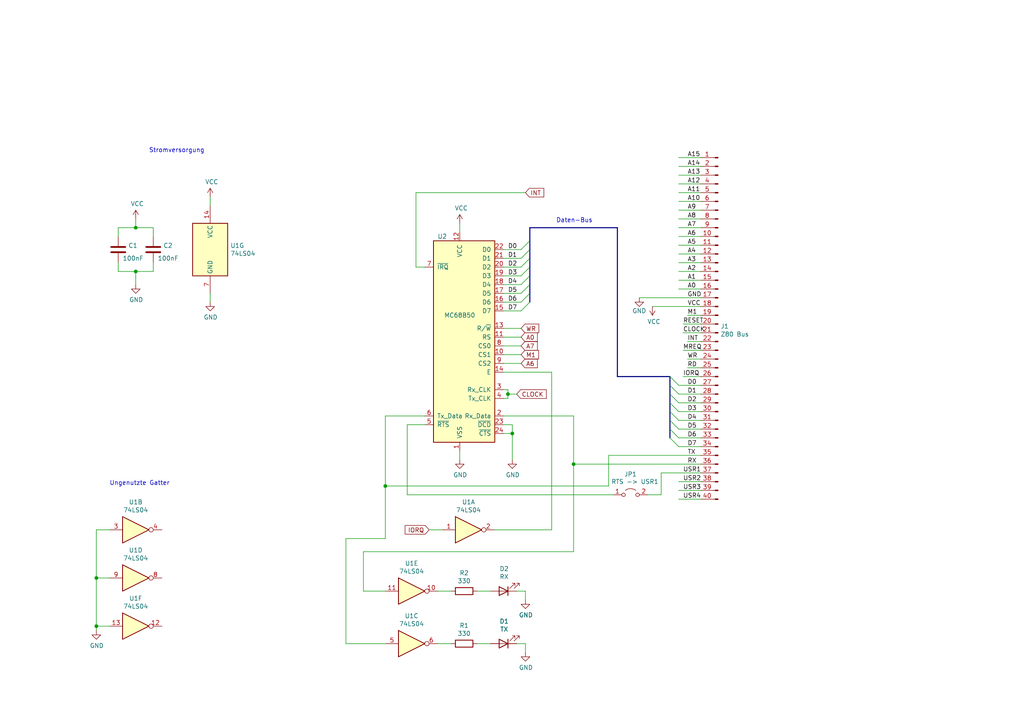
<source format=kicad_sch>
(kicad_sch
	(version 20231120)
	(generator "eeschema")
	(generator_version "8.0")
	(uuid "14afc948-68aa-4310-9289-ff23c9da58c6")
	(paper "A4")
	(title_block
		(title "aZ80 - Serial I/O")
		(date "2022-04-23")
		(rev "1.1")
		(company "attraktor e.V. - Frank Hellmann")
	)
	(lib_symbols
		(symbol "74xx:74LS04"
			(exclude_from_sim no)
			(in_bom yes)
			(on_board yes)
			(property "Reference" "U"
				(at 0 1.27 0)
				(effects
					(font
						(size 1.27 1.27)
					)
				)
			)
			(property "Value" "74LS04"
				(at 0 -1.27 0)
				(effects
					(font
						(size 1.27 1.27)
					)
				)
			)
			(property "Footprint" ""
				(at 0 0 0)
				(effects
					(font
						(size 1.27 1.27)
					)
					(hide yes)
				)
			)
			(property "Datasheet" "http://www.ti.com/lit/gpn/sn74LS04"
				(at 0 0 0)
				(effects
					(font
						(size 1.27 1.27)
					)
					(hide yes)
				)
			)
			(property "Description" "Hex Inverter"
				(at 0 0 0)
				(effects
					(font
						(size 1.27 1.27)
					)
					(hide yes)
				)
			)
			(property "ki_locked" ""
				(at 0 0 0)
				(effects
					(font
						(size 1.27 1.27)
					)
				)
			)
			(property "ki_keywords" "TTL not inv"
				(at 0 0 0)
				(effects
					(font
						(size 1.27 1.27)
					)
					(hide yes)
				)
			)
			(property "ki_fp_filters" "DIP*W7.62mm* SSOP?14* TSSOP?14*"
				(at 0 0 0)
				(effects
					(font
						(size 1.27 1.27)
					)
					(hide yes)
				)
			)
			(symbol "74LS04_1_0"
				(polyline
					(pts
						(xy -3.81 3.81) (xy -3.81 -3.81) (xy 3.81 0) (xy -3.81 3.81)
					)
					(stroke
						(width 0.254)
						(type default)
					)
					(fill
						(type background)
					)
				)
				(pin input line
					(at -7.62 0 0)
					(length 3.81)
					(name "~"
						(effects
							(font
								(size 1.27 1.27)
							)
						)
					)
					(number "1"
						(effects
							(font
								(size 1.27 1.27)
							)
						)
					)
				)
				(pin output inverted
					(at 7.62 0 180)
					(length 3.81)
					(name "~"
						(effects
							(font
								(size 1.27 1.27)
							)
						)
					)
					(number "2"
						(effects
							(font
								(size 1.27 1.27)
							)
						)
					)
				)
			)
			(symbol "74LS04_2_0"
				(polyline
					(pts
						(xy -3.81 3.81) (xy -3.81 -3.81) (xy 3.81 0) (xy -3.81 3.81)
					)
					(stroke
						(width 0.254)
						(type default)
					)
					(fill
						(type background)
					)
				)
				(pin input line
					(at -7.62 0 0)
					(length 3.81)
					(name "~"
						(effects
							(font
								(size 1.27 1.27)
							)
						)
					)
					(number "3"
						(effects
							(font
								(size 1.27 1.27)
							)
						)
					)
				)
				(pin output inverted
					(at 7.62 0 180)
					(length 3.81)
					(name "~"
						(effects
							(font
								(size 1.27 1.27)
							)
						)
					)
					(number "4"
						(effects
							(font
								(size 1.27 1.27)
							)
						)
					)
				)
			)
			(symbol "74LS04_3_0"
				(polyline
					(pts
						(xy -3.81 3.81) (xy -3.81 -3.81) (xy 3.81 0) (xy -3.81 3.81)
					)
					(stroke
						(width 0.254)
						(type default)
					)
					(fill
						(type background)
					)
				)
				(pin input line
					(at -7.62 0 0)
					(length 3.81)
					(name "~"
						(effects
							(font
								(size 1.27 1.27)
							)
						)
					)
					(number "5"
						(effects
							(font
								(size 1.27 1.27)
							)
						)
					)
				)
				(pin output inverted
					(at 7.62 0 180)
					(length 3.81)
					(name "~"
						(effects
							(font
								(size 1.27 1.27)
							)
						)
					)
					(number "6"
						(effects
							(font
								(size 1.27 1.27)
							)
						)
					)
				)
			)
			(symbol "74LS04_4_0"
				(polyline
					(pts
						(xy -3.81 3.81) (xy -3.81 -3.81) (xy 3.81 0) (xy -3.81 3.81)
					)
					(stroke
						(width 0.254)
						(type default)
					)
					(fill
						(type background)
					)
				)
				(pin output inverted
					(at 7.62 0 180)
					(length 3.81)
					(name "~"
						(effects
							(font
								(size 1.27 1.27)
							)
						)
					)
					(number "8"
						(effects
							(font
								(size 1.27 1.27)
							)
						)
					)
				)
				(pin input line
					(at -7.62 0 0)
					(length 3.81)
					(name "~"
						(effects
							(font
								(size 1.27 1.27)
							)
						)
					)
					(number "9"
						(effects
							(font
								(size 1.27 1.27)
							)
						)
					)
				)
			)
			(symbol "74LS04_5_0"
				(polyline
					(pts
						(xy -3.81 3.81) (xy -3.81 -3.81) (xy 3.81 0) (xy -3.81 3.81)
					)
					(stroke
						(width 0.254)
						(type default)
					)
					(fill
						(type background)
					)
				)
				(pin output inverted
					(at 7.62 0 180)
					(length 3.81)
					(name "~"
						(effects
							(font
								(size 1.27 1.27)
							)
						)
					)
					(number "10"
						(effects
							(font
								(size 1.27 1.27)
							)
						)
					)
				)
				(pin input line
					(at -7.62 0 0)
					(length 3.81)
					(name "~"
						(effects
							(font
								(size 1.27 1.27)
							)
						)
					)
					(number "11"
						(effects
							(font
								(size 1.27 1.27)
							)
						)
					)
				)
			)
			(symbol "74LS04_6_0"
				(polyline
					(pts
						(xy -3.81 3.81) (xy -3.81 -3.81) (xy 3.81 0) (xy -3.81 3.81)
					)
					(stroke
						(width 0.254)
						(type default)
					)
					(fill
						(type background)
					)
				)
				(pin output inverted
					(at 7.62 0 180)
					(length 3.81)
					(name "~"
						(effects
							(font
								(size 1.27 1.27)
							)
						)
					)
					(number "12"
						(effects
							(font
								(size 1.27 1.27)
							)
						)
					)
				)
				(pin input line
					(at -7.62 0 0)
					(length 3.81)
					(name "~"
						(effects
							(font
								(size 1.27 1.27)
							)
						)
					)
					(number "13"
						(effects
							(font
								(size 1.27 1.27)
							)
						)
					)
				)
			)
			(symbol "74LS04_7_0"
				(pin power_in line
					(at 0 12.7 270)
					(length 5.08)
					(name "VCC"
						(effects
							(font
								(size 1.27 1.27)
							)
						)
					)
					(number "14"
						(effects
							(font
								(size 1.27 1.27)
							)
						)
					)
				)
				(pin power_in line
					(at 0 -12.7 90)
					(length 5.08)
					(name "GND"
						(effects
							(font
								(size 1.27 1.27)
							)
						)
					)
					(number "7"
						(effects
							(font
								(size 1.27 1.27)
							)
						)
					)
				)
			)
			(symbol "74LS04_7_1"
				(rectangle
					(start -5.08 7.62)
					(end 5.08 -7.62)
					(stroke
						(width 0.254)
						(type default)
					)
					(fill
						(type background)
					)
				)
			)
		)
		(symbol "Device:C"
			(pin_numbers hide)
			(pin_names
				(offset 0.254)
			)
			(exclude_from_sim no)
			(in_bom yes)
			(on_board yes)
			(property "Reference" "C"
				(at 0.635 2.54 0)
				(effects
					(font
						(size 1.27 1.27)
					)
					(justify left)
				)
			)
			(property "Value" "C"
				(at 0.635 -2.54 0)
				(effects
					(font
						(size 1.27 1.27)
					)
					(justify left)
				)
			)
			(property "Footprint" ""
				(at 0.9652 -3.81 0)
				(effects
					(font
						(size 1.27 1.27)
					)
					(hide yes)
				)
			)
			(property "Datasheet" "~"
				(at 0 0 0)
				(effects
					(font
						(size 1.27 1.27)
					)
					(hide yes)
				)
			)
			(property "Description" "Unpolarized capacitor"
				(at 0 0 0)
				(effects
					(font
						(size 1.27 1.27)
					)
					(hide yes)
				)
			)
			(property "ki_keywords" "cap capacitor"
				(at 0 0 0)
				(effects
					(font
						(size 1.27 1.27)
					)
					(hide yes)
				)
			)
			(property "ki_fp_filters" "C_*"
				(at 0 0 0)
				(effects
					(font
						(size 1.27 1.27)
					)
					(hide yes)
				)
			)
			(symbol "C_0_1"
				(polyline
					(pts
						(xy -2.032 -0.762) (xy 2.032 -0.762)
					)
					(stroke
						(width 0.508)
						(type default)
					)
					(fill
						(type none)
					)
				)
				(polyline
					(pts
						(xy -2.032 0.762) (xy 2.032 0.762)
					)
					(stroke
						(width 0.508)
						(type default)
					)
					(fill
						(type none)
					)
				)
			)
			(symbol "C_1_1"
				(pin passive line
					(at 0 3.81 270)
					(length 2.794)
					(name "~"
						(effects
							(font
								(size 1.27 1.27)
							)
						)
					)
					(number "1"
						(effects
							(font
								(size 1.27 1.27)
							)
						)
					)
				)
				(pin passive line
					(at 0 -3.81 90)
					(length 2.794)
					(name "~"
						(effects
							(font
								(size 1.27 1.27)
							)
						)
					)
					(number "2"
						(effects
							(font
								(size 1.27 1.27)
							)
						)
					)
				)
			)
		)
		(symbol "Device:LED"
			(pin_numbers hide)
			(pin_names
				(offset 1.016) hide)
			(exclude_from_sim no)
			(in_bom yes)
			(on_board yes)
			(property "Reference" "D"
				(at 0 2.54 0)
				(effects
					(font
						(size 1.27 1.27)
					)
				)
			)
			(property "Value" "LED"
				(at 0 -2.54 0)
				(effects
					(font
						(size 1.27 1.27)
					)
				)
			)
			(property "Footprint" ""
				(at 0 0 0)
				(effects
					(font
						(size 1.27 1.27)
					)
					(hide yes)
				)
			)
			(property "Datasheet" "~"
				(at 0 0 0)
				(effects
					(font
						(size 1.27 1.27)
					)
					(hide yes)
				)
			)
			(property "Description" "Light emitting diode"
				(at 0 0 0)
				(effects
					(font
						(size 1.27 1.27)
					)
					(hide yes)
				)
			)
			(property "ki_keywords" "LED diode"
				(at 0 0 0)
				(effects
					(font
						(size 1.27 1.27)
					)
					(hide yes)
				)
			)
			(property "ki_fp_filters" "LED* LED_SMD:* LED_THT:*"
				(at 0 0 0)
				(effects
					(font
						(size 1.27 1.27)
					)
					(hide yes)
				)
			)
			(symbol "LED_0_1"
				(polyline
					(pts
						(xy -1.27 -1.27) (xy -1.27 1.27)
					)
					(stroke
						(width 0.254)
						(type default)
					)
					(fill
						(type none)
					)
				)
				(polyline
					(pts
						(xy -1.27 0) (xy 1.27 0)
					)
					(stroke
						(width 0)
						(type default)
					)
					(fill
						(type none)
					)
				)
				(polyline
					(pts
						(xy 1.27 -1.27) (xy 1.27 1.27) (xy -1.27 0) (xy 1.27 -1.27)
					)
					(stroke
						(width 0.254)
						(type default)
					)
					(fill
						(type none)
					)
				)
				(polyline
					(pts
						(xy -3.048 -0.762) (xy -4.572 -2.286) (xy -3.81 -2.286) (xy -4.572 -2.286) (xy -4.572 -1.524)
					)
					(stroke
						(width 0)
						(type default)
					)
					(fill
						(type none)
					)
				)
				(polyline
					(pts
						(xy -1.778 -0.762) (xy -3.302 -2.286) (xy -2.54 -2.286) (xy -3.302 -2.286) (xy -3.302 -1.524)
					)
					(stroke
						(width 0)
						(type default)
					)
					(fill
						(type none)
					)
				)
			)
			(symbol "LED_1_1"
				(pin passive line
					(at -3.81 0 0)
					(length 2.54)
					(name "K"
						(effects
							(font
								(size 1.27 1.27)
							)
						)
					)
					(number "1"
						(effects
							(font
								(size 1.27 1.27)
							)
						)
					)
				)
				(pin passive line
					(at 3.81 0 180)
					(length 2.54)
					(name "A"
						(effects
							(font
								(size 1.27 1.27)
							)
						)
					)
					(number "2"
						(effects
							(font
								(size 1.27 1.27)
							)
						)
					)
				)
			)
		)
		(symbol "Device:R"
			(pin_numbers hide)
			(pin_names
				(offset 0)
			)
			(exclude_from_sim no)
			(in_bom yes)
			(on_board yes)
			(property "Reference" "R"
				(at 2.032 0 90)
				(effects
					(font
						(size 1.27 1.27)
					)
				)
			)
			(property "Value" "R"
				(at 0 0 90)
				(effects
					(font
						(size 1.27 1.27)
					)
				)
			)
			(property "Footprint" ""
				(at -1.778 0 90)
				(effects
					(font
						(size 1.27 1.27)
					)
					(hide yes)
				)
			)
			(property "Datasheet" "~"
				(at 0 0 0)
				(effects
					(font
						(size 1.27 1.27)
					)
					(hide yes)
				)
			)
			(property "Description" "Resistor"
				(at 0 0 0)
				(effects
					(font
						(size 1.27 1.27)
					)
					(hide yes)
				)
			)
			(property "ki_keywords" "R res resistor"
				(at 0 0 0)
				(effects
					(font
						(size 1.27 1.27)
					)
					(hide yes)
				)
			)
			(property "ki_fp_filters" "R_*"
				(at 0 0 0)
				(effects
					(font
						(size 1.27 1.27)
					)
					(hide yes)
				)
			)
			(symbol "R_0_1"
				(rectangle
					(start -1.016 -2.54)
					(end 1.016 2.54)
					(stroke
						(width 0.254)
						(type default)
					)
					(fill
						(type none)
					)
				)
			)
			(symbol "R_1_1"
				(pin passive line
					(at 0 3.81 270)
					(length 1.27)
					(name "~"
						(effects
							(font
								(size 1.27 1.27)
							)
						)
					)
					(number "1"
						(effects
							(font
								(size 1.27 1.27)
							)
						)
					)
				)
				(pin passive line
					(at 0 -3.81 90)
					(length 1.27)
					(name "~"
						(effects
							(font
								(size 1.27 1.27)
							)
						)
					)
					(number "2"
						(effects
							(font
								(size 1.27 1.27)
							)
						)
					)
				)
			)
		)
		(symbol "Interface_UART:MC68B50"
			(pin_names
				(offset 1.016)
			)
			(exclude_from_sim no)
			(in_bom yes)
			(on_board yes)
			(property "Reference" "U"
				(at -7.366 31.75 0)
				(effects
					(font
						(size 1.27 1.27)
					)
					(justify right)
				)
			)
			(property "Value" "MC68B50"
				(at 10.414 31.75 0)
				(effects
					(font
						(size 1.27 1.27)
					)
					(justify right)
				)
			)
			(property "Footprint" "Package_DIP:DIP-40_W15.24mm"
				(at 1.27 -29.21 0)
				(effects
					(font
						(size 1.27 1.27)
					)
					(justify left)
					(hide yes)
				)
			)
			(property "Datasheet" "http://pdf.datasheetcatalog.com/datasheet/motorola/MC6850.pdf"
				(at 0 0 0)
				(effects
					(font
						(size 1.27 1.27)
					)
					(hide yes)
				)
			)
			(property "Description" "Asynchronous Communications Interface Adapter 2MHz, DIP-40"
				(at 0 0 0)
				(effects
					(font
						(size 1.27 1.27)
					)
					(hide yes)
				)
			)
			(property "ki_keywords" "ACIA"
				(at 0 0 0)
				(effects
					(font
						(size 1.27 1.27)
					)
					(hide yes)
				)
			)
			(property "ki_fp_filters" "DIP*W15.24mm*"
				(at 0 0 0)
				(effects
					(font
						(size 1.27 1.27)
					)
					(hide yes)
				)
			)
			(symbol "MC68B50_1_1"
				(rectangle
					(start -10.16 -27.94)
					(end 7.62 30.48)
					(stroke
						(width 0.254)
						(type default)
					)
					(fill
						(type background)
					)
				)
				(pin power_in line
					(at 0 -30.48 90)
					(length 2.54)
					(name "VSS"
						(effects
							(font
								(size 1.27 1.27)
							)
						)
					)
					(number "1"
						(effects
							(font
								(size 1.27 1.27)
							)
						)
					)
				)
				(pin input line
					(at -12.7 -2.54 0)
					(length 2.54)
					(name "CS1"
						(effects
							(font
								(size 1.27 1.27)
							)
						)
					)
					(number "10"
						(effects
							(font
								(size 1.27 1.27)
							)
						)
					)
				)
				(pin input line
					(at -12.7 2.54 0)
					(length 2.54)
					(name "RS"
						(effects
							(font
								(size 1.27 1.27)
							)
						)
					)
					(number "11"
						(effects
							(font
								(size 1.27 1.27)
							)
						)
					)
				)
				(pin power_in line
					(at 0 33.02 270)
					(length 2.54)
					(name "VCC"
						(effects
							(font
								(size 1.27 1.27)
							)
						)
					)
					(number "12"
						(effects
							(font
								(size 1.27 1.27)
							)
						)
					)
				)
				(pin input line
					(at -12.7 5.08 0)
					(length 2.54)
					(name "R/~{W}"
						(effects
							(font
								(size 1.27 1.27)
							)
						)
					)
					(number "13"
						(effects
							(font
								(size 1.27 1.27)
							)
						)
					)
				)
				(pin input line
					(at -12.7 -7.62 0)
					(length 2.54)
					(name "E"
						(effects
							(font
								(size 1.27 1.27)
							)
						)
					)
					(number "14"
						(effects
							(font
								(size 1.27 1.27)
							)
						)
					)
				)
				(pin bidirectional line
					(at -12.7 10.16 0)
					(length 2.54)
					(name "D7"
						(effects
							(font
								(size 1.27 1.27)
							)
						)
					)
					(number "15"
						(effects
							(font
								(size 1.27 1.27)
							)
						)
					)
				)
				(pin bidirectional line
					(at -12.7 12.7 0)
					(length 2.54)
					(name "D6"
						(effects
							(font
								(size 1.27 1.27)
							)
						)
					)
					(number "16"
						(effects
							(font
								(size 1.27 1.27)
							)
						)
					)
				)
				(pin bidirectional line
					(at -12.7 15.24 0)
					(length 2.54)
					(name "D5"
						(effects
							(font
								(size 1.27 1.27)
							)
						)
					)
					(number "17"
						(effects
							(font
								(size 1.27 1.27)
							)
						)
					)
				)
				(pin bidirectional line
					(at -12.7 17.78 0)
					(length 2.54)
					(name "D4"
						(effects
							(font
								(size 1.27 1.27)
							)
						)
					)
					(number "18"
						(effects
							(font
								(size 1.27 1.27)
							)
						)
					)
				)
				(pin bidirectional line
					(at -12.7 20.32 0)
					(length 2.54)
					(name "D3"
						(effects
							(font
								(size 1.27 1.27)
							)
						)
					)
					(number "19"
						(effects
							(font
								(size 1.27 1.27)
							)
						)
					)
				)
				(pin input line
					(at -12.7 -20.32 0)
					(length 2.54)
					(name "Rx_Data"
						(effects
							(font
								(size 1.27 1.27)
							)
						)
					)
					(number "2"
						(effects
							(font
								(size 1.27 1.27)
							)
						)
					)
				)
				(pin bidirectional line
					(at -12.7 22.86 0)
					(length 2.54)
					(name "D2"
						(effects
							(font
								(size 1.27 1.27)
							)
						)
					)
					(number "20"
						(effects
							(font
								(size 1.27 1.27)
							)
						)
					)
				)
				(pin bidirectional line
					(at -12.7 25.4 0)
					(length 2.54)
					(name "D1"
						(effects
							(font
								(size 1.27 1.27)
							)
						)
					)
					(number "21"
						(effects
							(font
								(size 1.27 1.27)
							)
						)
					)
				)
				(pin bidirectional line
					(at -12.7 27.94 0)
					(length 2.54)
					(name "D0"
						(effects
							(font
								(size 1.27 1.27)
							)
						)
					)
					(number "22"
						(effects
							(font
								(size 1.27 1.27)
							)
						)
					)
				)
				(pin input line
					(at -12.7 -22.86 0)
					(length 2.54)
					(name "~{DCD}"
						(effects
							(font
								(size 1.27 1.27)
							)
						)
					)
					(number "23"
						(effects
							(font
								(size 1.27 1.27)
							)
						)
					)
				)
				(pin input line
					(at -12.7 -25.4 0)
					(length 2.54)
					(name "~{CTS}"
						(effects
							(font
								(size 1.27 1.27)
							)
						)
					)
					(number "24"
						(effects
							(font
								(size 1.27 1.27)
							)
						)
					)
				)
				(pin input line
					(at -12.7 -12.7 0)
					(length 2.54)
					(name "Rx_CLK"
						(effects
							(font
								(size 1.27 1.27)
							)
						)
					)
					(number "3"
						(effects
							(font
								(size 1.27 1.27)
							)
						)
					)
				)
				(pin input line
					(at -12.7 -15.24 0)
					(length 2.54)
					(name "Tx_CLK"
						(effects
							(font
								(size 1.27 1.27)
							)
						)
					)
					(number "4"
						(effects
							(font
								(size 1.27 1.27)
							)
						)
					)
				)
				(pin output line
					(at 10.16 -22.86 180)
					(length 2.54)
					(name "~{RTS}"
						(effects
							(font
								(size 1.27 1.27)
							)
						)
					)
					(number "5"
						(effects
							(font
								(size 1.27 1.27)
							)
						)
					)
				)
				(pin output line
					(at 10.16 -20.32 180)
					(length 2.54)
					(name "Tx_Data"
						(effects
							(font
								(size 1.27 1.27)
							)
						)
					)
					(number "6"
						(effects
							(font
								(size 1.27 1.27)
							)
						)
					)
				)
				(pin output line
					(at 10.16 22.86 180)
					(length 2.54)
					(name "~{IRQ}"
						(effects
							(font
								(size 1.27 1.27)
							)
						)
					)
					(number "7"
						(effects
							(font
								(size 1.27 1.27)
							)
						)
					)
				)
				(pin input line
					(at -12.7 0 0)
					(length 2.54)
					(name "CS0"
						(effects
							(font
								(size 1.27 1.27)
							)
						)
					)
					(number "8"
						(effects
							(font
								(size 1.27 1.27)
							)
						)
					)
				)
				(pin input line
					(at -12.7 -5.08 0)
					(length 2.54)
					(name "CS2"
						(effects
							(font
								(size 1.27 1.27)
							)
						)
					)
					(number "9"
						(effects
							(font
								(size 1.27 1.27)
							)
						)
					)
				)
			)
		)
		(symbol "Jumper:Jumper_2_Open"
			(pin_names
				(offset 0) hide)
			(exclude_from_sim no)
			(in_bom yes)
			(on_board yes)
			(property "Reference" "JP"
				(at 0 2.794 0)
				(effects
					(font
						(size 1.27 1.27)
					)
				)
			)
			(property "Value" "Jumper_2_Open"
				(at 0 -2.286 0)
				(effects
					(font
						(size 1.27 1.27)
					)
				)
			)
			(property "Footprint" ""
				(at 0 0 0)
				(effects
					(font
						(size 1.27 1.27)
					)
					(hide yes)
				)
			)
			(property "Datasheet" "~"
				(at 0 0 0)
				(effects
					(font
						(size 1.27 1.27)
					)
					(hide yes)
				)
			)
			(property "Description" "Jumper, 2-pole, open"
				(at 0 0 0)
				(effects
					(font
						(size 1.27 1.27)
					)
					(hide yes)
				)
			)
			(property "ki_keywords" "Jumper SPST"
				(at 0 0 0)
				(effects
					(font
						(size 1.27 1.27)
					)
					(hide yes)
				)
			)
			(property "ki_fp_filters" "Jumper* TestPoint*2Pads* TestPoint*Bridge*"
				(at 0 0 0)
				(effects
					(font
						(size 1.27 1.27)
					)
					(hide yes)
				)
			)
			(symbol "Jumper_2_Open_0_0"
				(circle
					(center -2.032 0)
					(radius 0.508)
					(stroke
						(width 0)
						(type default)
					)
					(fill
						(type none)
					)
				)
				(circle
					(center 2.032 0)
					(radius 0.508)
					(stroke
						(width 0)
						(type default)
					)
					(fill
						(type none)
					)
				)
			)
			(symbol "Jumper_2_Open_0_1"
				(arc
					(start 1.524 1.27)
					(mid 0 1.778)
					(end -1.524 1.27)
					(stroke
						(width 0)
						(type default)
					)
					(fill
						(type none)
					)
				)
			)
			(symbol "Jumper_2_Open_1_1"
				(pin passive line
					(at -5.08 0 0)
					(length 2.54)
					(name "A"
						(effects
							(font
								(size 1.27 1.27)
							)
						)
					)
					(number "1"
						(effects
							(font
								(size 1.27 1.27)
							)
						)
					)
				)
				(pin passive line
					(at 5.08 0 180)
					(length 2.54)
					(name "B"
						(effects
							(font
								(size 1.27 1.27)
							)
						)
					)
					(number "2"
						(effects
							(font
								(size 1.27 1.27)
							)
						)
					)
				)
			)
		)
		(symbol "aZ80_SIO-rescue:Conn_01x40_Male-Connector"
			(pin_names
				(offset 1.016) hide)
			(exclude_from_sim no)
			(in_bom yes)
			(on_board yes)
			(property "Reference" "J"
				(at 0 50.8 0)
				(effects
					(font
						(size 1.27 1.27)
					)
				)
			)
			(property "Value" "Connector_Conn_01x40_Male"
				(at 0 -53.34 0)
				(effects
					(font
						(size 1.27 1.27)
					)
				)
			)
			(property "Footprint" ""
				(at 0 0 0)
				(effects
					(font
						(size 1.27 1.27)
					)
					(hide yes)
				)
			)
			(property "Datasheet" ""
				(at 0 0 0)
				(effects
					(font
						(size 1.27 1.27)
					)
					(hide yes)
				)
			)
			(property "Description" ""
				(at 0 0 0)
				(effects
					(font
						(size 1.27 1.27)
					)
					(hide yes)
				)
			)
			(property "ki_fp_filters" "Connector*:*_1x??_*"
				(at 0 0 0)
				(effects
					(font
						(size 1.27 1.27)
					)
					(hide yes)
				)
			)
			(symbol "Conn_01x40_Male-Connector_1_1"
				(polyline
					(pts
						(xy 1.27 -50.8) (xy 0.8636 -50.8)
					)
					(stroke
						(width 0.1524)
						(type solid)
					)
					(fill
						(type none)
					)
				)
				(polyline
					(pts
						(xy 1.27 -48.26) (xy 0.8636 -48.26)
					)
					(stroke
						(width 0.1524)
						(type solid)
					)
					(fill
						(type none)
					)
				)
				(polyline
					(pts
						(xy 1.27 -45.72) (xy 0.8636 -45.72)
					)
					(stroke
						(width 0.1524)
						(type solid)
					)
					(fill
						(type none)
					)
				)
				(polyline
					(pts
						(xy 1.27 -43.18) (xy 0.8636 -43.18)
					)
					(stroke
						(width 0.1524)
						(type solid)
					)
					(fill
						(type none)
					)
				)
				(polyline
					(pts
						(xy 1.27 -40.64) (xy 0.8636 -40.64)
					)
					(stroke
						(width 0.1524)
						(type solid)
					)
					(fill
						(type none)
					)
				)
				(polyline
					(pts
						(xy 1.27 -38.1) (xy 0.8636 -38.1)
					)
					(stroke
						(width 0.1524)
						(type solid)
					)
					(fill
						(type none)
					)
				)
				(polyline
					(pts
						(xy 1.27 -35.56) (xy 0.8636 -35.56)
					)
					(stroke
						(width 0.1524)
						(type solid)
					)
					(fill
						(type none)
					)
				)
				(polyline
					(pts
						(xy 1.27 -33.02) (xy 0.8636 -33.02)
					)
					(stroke
						(width 0.1524)
						(type solid)
					)
					(fill
						(type none)
					)
				)
				(polyline
					(pts
						(xy 1.27 -30.48) (xy 0.8636 -30.48)
					)
					(stroke
						(width 0.1524)
						(type solid)
					)
					(fill
						(type none)
					)
				)
				(polyline
					(pts
						(xy 1.27 -27.94) (xy 0.8636 -27.94)
					)
					(stroke
						(width 0.1524)
						(type solid)
					)
					(fill
						(type none)
					)
				)
				(polyline
					(pts
						(xy 1.27 -25.4) (xy 0.8636 -25.4)
					)
					(stroke
						(width 0.1524)
						(type solid)
					)
					(fill
						(type none)
					)
				)
				(polyline
					(pts
						(xy 1.27 -22.86) (xy 0.8636 -22.86)
					)
					(stroke
						(width 0.1524)
						(type solid)
					)
					(fill
						(type none)
					)
				)
				(polyline
					(pts
						(xy 1.27 -20.32) (xy 0.8636 -20.32)
					)
					(stroke
						(width 0.1524)
						(type solid)
					)
					(fill
						(type none)
					)
				)
				(polyline
					(pts
						(xy 1.27 -17.78) (xy 0.8636 -17.78)
					)
					(stroke
						(width 0.1524)
						(type solid)
					)
					(fill
						(type none)
					)
				)
				(polyline
					(pts
						(xy 1.27 -15.24) (xy 0.8636 -15.24)
					)
					(stroke
						(width 0.1524)
						(type solid)
					)
					(fill
						(type none)
					)
				)
				(polyline
					(pts
						(xy 1.27 -12.7) (xy 0.8636 -12.7)
					)
					(stroke
						(width 0.1524)
						(type solid)
					)
					(fill
						(type none)
					)
				)
				(polyline
					(pts
						(xy 1.27 -10.16) (xy 0.8636 -10.16)
					)
					(stroke
						(width 0.1524)
						(type solid)
					)
					(fill
						(type none)
					)
				)
				(polyline
					(pts
						(xy 1.27 -7.62) (xy 0.8636 -7.62)
					)
					(stroke
						(width 0.1524)
						(type solid)
					)
					(fill
						(type none)
					)
				)
				(polyline
					(pts
						(xy 1.27 -5.08) (xy 0.8636 -5.08)
					)
					(stroke
						(width 0.1524)
						(type solid)
					)
					(fill
						(type none)
					)
				)
				(polyline
					(pts
						(xy 1.27 -2.54) (xy 0.8636 -2.54)
					)
					(stroke
						(width 0.1524)
						(type solid)
					)
					(fill
						(type none)
					)
				)
				(polyline
					(pts
						(xy 1.27 0) (xy 0.8636 0)
					)
					(stroke
						(width 0.1524)
						(type solid)
					)
					(fill
						(type none)
					)
				)
				(polyline
					(pts
						(xy 1.27 2.54) (xy 0.8636 2.54)
					)
					(stroke
						(width 0.1524)
						(type solid)
					)
					(fill
						(type none)
					)
				)
				(polyline
					(pts
						(xy 1.27 5.08) (xy 0.8636 5.08)
					)
					(stroke
						(width 0.1524)
						(type solid)
					)
					(fill
						(type none)
					)
				)
				(polyline
					(pts
						(xy 1.27 7.62) (xy 0.8636 7.62)
					)
					(stroke
						(width 0.1524)
						(type solid)
					)
					(fill
						(type none)
					)
				)
				(polyline
					(pts
						(xy 1.27 10.16) (xy 0.8636 10.16)
					)
					(stroke
						(width 0.1524)
						(type solid)
					)
					(fill
						(type none)
					)
				)
				(polyline
					(pts
						(xy 1.27 12.7) (xy 0.8636 12.7)
					)
					(stroke
						(width 0.1524)
						(type solid)
					)
					(fill
						(type none)
					)
				)
				(polyline
					(pts
						(xy 1.27 15.24) (xy 0.8636 15.24)
					)
					(stroke
						(width 0.1524)
						(type solid)
					)
					(fill
						(type none)
					)
				)
				(polyline
					(pts
						(xy 1.27 17.78) (xy 0.8636 17.78)
					)
					(stroke
						(width 0.1524)
						(type solid)
					)
					(fill
						(type none)
					)
				)
				(polyline
					(pts
						(xy 1.27 20.32) (xy 0.8636 20.32)
					)
					(stroke
						(width 0.1524)
						(type solid)
					)
					(fill
						(type none)
					)
				)
				(polyline
					(pts
						(xy 1.27 22.86) (xy 0.8636 22.86)
					)
					(stroke
						(width 0.1524)
						(type solid)
					)
					(fill
						(type none)
					)
				)
				(polyline
					(pts
						(xy 1.27 25.4) (xy 0.8636 25.4)
					)
					(stroke
						(width 0.1524)
						(type solid)
					)
					(fill
						(type none)
					)
				)
				(polyline
					(pts
						(xy 1.27 27.94) (xy 0.8636 27.94)
					)
					(stroke
						(width 0.1524)
						(type solid)
					)
					(fill
						(type none)
					)
				)
				(polyline
					(pts
						(xy 1.27 30.48) (xy 0.8636 30.48)
					)
					(stroke
						(width 0.1524)
						(type solid)
					)
					(fill
						(type none)
					)
				)
				(polyline
					(pts
						(xy 1.27 33.02) (xy 0.8636 33.02)
					)
					(stroke
						(width 0.1524)
						(type solid)
					)
					(fill
						(type none)
					)
				)
				(polyline
					(pts
						(xy 1.27 35.56) (xy 0.8636 35.56)
					)
					(stroke
						(width 0.1524)
						(type solid)
					)
					(fill
						(type none)
					)
				)
				(polyline
					(pts
						(xy 1.27 38.1) (xy 0.8636 38.1)
					)
					(stroke
						(width 0.1524)
						(type solid)
					)
					(fill
						(type none)
					)
				)
				(polyline
					(pts
						(xy 1.27 40.64) (xy 0.8636 40.64)
					)
					(stroke
						(width 0.1524)
						(type solid)
					)
					(fill
						(type none)
					)
				)
				(polyline
					(pts
						(xy 1.27 43.18) (xy 0.8636 43.18)
					)
					(stroke
						(width 0.1524)
						(type solid)
					)
					(fill
						(type none)
					)
				)
				(polyline
					(pts
						(xy 1.27 45.72) (xy 0.8636 45.72)
					)
					(stroke
						(width 0.1524)
						(type solid)
					)
					(fill
						(type none)
					)
				)
				(polyline
					(pts
						(xy 1.27 48.26) (xy 0.8636 48.26)
					)
					(stroke
						(width 0.1524)
						(type solid)
					)
					(fill
						(type none)
					)
				)
				(rectangle
					(start 0.8636 -50.673)
					(end 0 -50.927)
					(stroke
						(width 0.1524)
						(type solid)
					)
					(fill
						(type outline)
					)
				)
				(rectangle
					(start 0.8636 -48.133)
					(end 0 -48.387)
					(stroke
						(width 0.1524)
						(type solid)
					)
					(fill
						(type outline)
					)
				)
				(rectangle
					(start 0.8636 -45.593)
					(end 0 -45.847)
					(stroke
						(width 0.1524)
						(type solid)
					)
					(fill
						(type outline)
					)
				)
				(rectangle
					(start 0.8636 -43.053)
					(end 0 -43.307)
					(stroke
						(width 0.1524)
						(type solid)
					)
					(fill
						(type outline)
					)
				)
				(rectangle
					(start 0.8636 -40.513)
					(end 0 -40.767)
					(stroke
						(width 0.1524)
						(type solid)
					)
					(fill
						(type outline)
					)
				)
				(rectangle
					(start 0.8636 -37.973)
					(end 0 -38.227)
					(stroke
						(width 0.1524)
						(type solid)
					)
					(fill
						(type outline)
					)
				)
				(rectangle
					(start 0.8636 -35.433)
					(end 0 -35.687)
					(stroke
						(width 0.1524)
						(type solid)
					)
					(fill
						(type outline)
					)
				)
				(rectangle
					(start 0.8636 -32.893)
					(end 0 -33.147)
					(stroke
						(width 0.1524)
						(type solid)
					)
					(fill
						(type outline)
					)
				)
				(rectangle
					(start 0.8636 -30.353)
					(end 0 -30.607)
					(stroke
						(width 0.1524)
						(type solid)
					)
					(fill
						(type outline)
					)
				)
				(rectangle
					(start 0.8636 -27.813)
					(end 0 -28.067)
					(stroke
						(width 0.1524)
						(type solid)
					)
					(fill
						(type outline)
					)
				)
				(rectangle
					(start 0.8636 -25.273)
					(end 0 -25.527)
					(stroke
						(width 0.1524)
						(type solid)
					)
					(fill
						(type outline)
					)
				)
				(rectangle
					(start 0.8636 -22.733)
					(end 0 -22.987)
					(stroke
						(width 0.1524)
						(type solid)
					)
					(fill
						(type outline)
					)
				)
				(rectangle
					(start 0.8636 -20.193)
					(end 0 -20.447)
					(stroke
						(width 0.1524)
						(type solid)
					)
					(fill
						(type outline)
					)
				)
				(rectangle
					(start 0.8636 -17.653)
					(end 0 -17.907)
					(stroke
						(width 0.1524)
						(type solid)
					)
					(fill
						(type outline)
					)
				)
				(rectangle
					(start 0.8636 -15.113)
					(end 0 -15.367)
					(stroke
						(width 0.1524)
						(type solid)
					)
					(fill
						(type outline)
					)
				)
				(rectangle
					(start 0.8636 -12.573)
					(end 0 -12.827)
					(stroke
						(width 0.1524)
						(type solid)
					)
					(fill
						(type outline)
					)
				)
				(rectangle
					(start 0.8636 -10.033)
					(end 0 -10.287)
					(stroke
						(width 0.1524)
						(type solid)
					)
					(fill
						(type outline)
					)
				)
				(rectangle
					(start 0.8636 -7.493)
					(end 0 -7.747)
					(stroke
						(width 0.1524)
						(type solid)
					)
					(fill
						(type outline)
					)
				)
				(rectangle
					(start 0.8636 -4.953)
					(end 0 -5.207)
					(stroke
						(width 0.1524)
						(type solid)
					)
					(fill
						(type outline)
					)
				)
				(rectangle
					(start 0.8636 -2.413)
					(end 0 -2.667)
					(stroke
						(width 0.1524)
						(type solid)
					)
					(fill
						(type outline)
					)
				)
				(rectangle
					(start 0.8636 0.127)
					(end 0 -0.127)
					(stroke
						(width 0.1524)
						(type solid)
					)
					(fill
						(type outline)
					)
				)
				(rectangle
					(start 0.8636 2.667)
					(end 0 2.413)
					(stroke
						(width 0.1524)
						(type solid)
					)
					(fill
						(type outline)
					)
				)
				(rectangle
					(start 0.8636 5.207)
					(end 0 4.953)
					(stroke
						(width 0.1524)
						(type solid)
					)
					(fill
						(type outline)
					)
				)
				(rectangle
					(start 0.8636 7.747)
					(end 0 7.493)
					(stroke
						(width 0.1524)
						(type solid)
					)
					(fill
						(type outline)
					)
				)
				(rectangle
					(start 0.8636 10.287)
					(end 0 10.033)
					(stroke
						(width 0.1524)
						(type solid)
					)
					(fill
						(type outline)
					)
				)
				(rectangle
					(start 0.8636 12.827)
					(end 0 12.573)
					(stroke
						(width 0.1524)
						(type solid)
					)
					(fill
						(type outline)
					)
				)
				(rectangle
					(start 0.8636 15.367)
					(end 0 15.113)
					(stroke
						(width 0.1524)
						(type solid)
					)
					(fill
						(type outline)
					)
				)
				(rectangle
					(start 0.8636 17.907)
					(end 0 17.653)
					(stroke
						(width 0.1524)
						(type solid)
					)
					(fill
						(type outline)
					)
				)
				(rectangle
					(start 0.8636 20.447)
					(end 0 20.193)
					(stroke
						(width 0.1524)
						(type solid)
					)
					(fill
						(type outline)
					)
				)
				(rectangle
					(start 0.8636 22.987)
					(end 0 22.733)
					(stroke
						(width 0.1524)
						(type solid)
					)
					(fill
						(type outline)
					)
				)
				(rectangle
					(start 0.8636 25.527)
					(end 0 25.273)
					(stroke
						(width 0.1524)
						(type solid)
					)
					(fill
						(type outline)
					)
				)
				(rectangle
					(start 0.8636 28.067)
					(end 0 27.813)
					(stroke
						(width 0.1524)
						(type solid)
					)
					(fill
						(type outline)
					)
				)
				(rectangle
					(start 0.8636 30.607)
					(end 0 30.353)
					(stroke
						(width 0.1524)
						(type solid)
					)
					(fill
						(type outline)
					)
				)
				(rectangle
					(start 0.8636 33.147)
					(end 0 32.893)
					(stroke
						(width 0.1524)
						(type solid)
					)
					(fill
						(type outline)
					)
				)
				(rectangle
					(start 0.8636 35.687)
					(end 0 35.433)
					(stroke
						(width 0.1524)
						(type solid)
					)
					(fill
						(type outline)
					)
				)
				(rectangle
					(start 0.8636 38.227)
					(end 0 37.973)
					(stroke
						(width 0.1524)
						(type solid)
					)
					(fill
						(type outline)
					)
				)
				(rectangle
					(start 0.8636 40.767)
					(end 0 40.513)
					(stroke
						(width 0.1524)
						(type solid)
					)
					(fill
						(type outline)
					)
				)
				(rectangle
					(start 0.8636 43.307)
					(end 0 43.053)
					(stroke
						(width 0.1524)
						(type solid)
					)
					(fill
						(type outline)
					)
				)
				(rectangle
					(start 0.8636 45.847)
					(end 0 45.593)
					(stroke
						(width 0.1524)
						(type solid)
					)
					(fill
						(type outline)
					)
				)
				(rectangle
					(start 0.8636 48.387)
					(end 0 48.133)
					(stroke
						(width 0.1524)
						(type solid)
					)
					(fill
						(type outline)
					)
				)
				(pin passive line
					(at 5.08 48.26 180)
					(length 3.81)
					(name "Pin_1"
						(effects
							(font
								(size 1.27 1.27)
							)
						)
					)
					(number "1"
						(effects
							(font
								(size 1.27 1.27)
							)
						)
					)
				)
				(pin passive line
					(at 5.08 25.4 180)
					(length 3.81)
					(name "Pin_10"
						(effects
							(font
								(size 1.27 1.27)
							)
						)
					)
					(number "10"
						(effects
							(font
								(size 1.27 1.27)
							)
						)
					)
				)
				(pin passive line
					(at 5.08 22.86 180)
					(length 3.81)
					(name "Pin_11"
						(effects
							(font
								(size 1.27 1.27)
							)
						)
					)
					(number "11"
						(effects
							(font
								(size 1.27 1.27)
							)
						)
					)
				)
				(pin passive line
					(at 5.08 20.32 180)
					(length 3.81)
					(name "Pin_12"
						(effects
							(font
								(size 1.27 1.27)
							)
						)
					)
					(number "12"
						(effects
							(font
								(size 1.27 1.27)
							)
						)
					)
				)
				(pin passive line
					(at 5.08 17.78 180)
					(length 3.81)
					(name "Pin_13"
						(effects
							(font
								(size 1.27 1.27)
							)
						)
					)
					(number "13"
						(effects
							(font
								(size 1.27 1.27)
							)
						)
					)
				)
				(pin passive line
					(at 5.08 15.24 180)
					(length 3.81)
					(name "Pin_14"
						(effects
							(font
								(size 1.27 1.27)
							)
						)
					)
					(number "14"
						(effects
							(font
								(size 1.27 1.27)
							)
						)
					)
				)
				(pin passive line
					(at 5.08 12.7 180)
					(length 3.81)
					(name "Pin_15"
						(effects
							(font
								(size 1.27 1.27)
							)
						)
					)
					(number "15"
						(effects
							(font
								(size 1.27 1.27)
							)
						)
					)
				)
				(pin passive line
					(at 5.08 10.16 180)
					(length 3.81)
					(name "Pin_16"
						(effects
							(font
								(size 1.27 1.27)
							)
						)
					)
					(number "16"
						(effects
							(font
								(size 1.27 1.27)
							)
						)
					)
				)
				(pin passive line
					(at 5.08 7.62 180)
					(length 3.81)
					(name "Pin_17"
						(effects
							(font
								(size 1.27 1.27)
							)
						)
					)
					(number "17"
						(effects
							(font
								(size 1.27 1.27)
							)
						)
					)
				)
				(pin passive line
					(at 5.08 5.08 180)
					(length 3.81)
					(name "Pin_18"
						(effects
							(font
								(size 1.27 1.27)
							)
						)
					)
					(number "18"
						(effects
							(font
								(size 1.27 1.27)
							)
						)
					)
				)
				(pin passive line
					(at 5.08 2.54 180)
					(length 3.81)
					(name "Pin_19"
						(effects
							(font
								(size 1.27 1.27)
							)
						)
					)
					(number "19"
						(effects
							(font
								(size 1.27 1.27)
							)
						)
					)
				)
				(pin passive line
					(at 5.08 45.72 180)
					(length 3.81)
					(name "Pin_2"
						(effects
							(font
								(size 1.27 1.27)
							)
						)
					)
					(number "2"
						(effects
							(font
								(size 1.27 1.27)
							)
						)
					)
				)
				(pin passive line
					(at 5.08 0 180)
					(length 3.81)
					(name "Pin_20"
						(effects
							(font
								(size 1.27 1.27)
							)
						)
					)
					(number "20"
						(effects
							(font
								(size 1.27 1.27)
							)
						)
					)
				)
				(pin passive line
					(at 5.08 -2.54 180)
					(length 3.81)
					(name "Pin_21"
						(effects
							(font
								(size 1.27 1.27)
							)
						)
					)
					(number "21"
						(effects
							(font
								(size 1.27 1.27)
							)
						)
					)
				)
				(pin passive line
					(at 5.08 -5.08 180)
					(length 3.81)
					(name "Pin_22"
						(effects
							(font
								(size 1.27 1.27)
							)
						)
					)
					(number "22"
						(effects
							(font
								(size 1.27 1.27)
							)
						)
					)
				)
				(pin passive line
					(at 5.08 -7.62 180)
					(length 3.81)
					(name "Pin_23"
						(effects
							(font
								(size 1.27 1.27)
							)
						)
					)
					(number "23"
						(effects
							(font
								(size 1.27 1.27)
							)
						)
					)
				)
				(pin passive line
					(at 5.08 -10.16 180)
					(length 3.81)
					(name "Pin_24"
						(effects
							(font
								(size 1.27 1.27)
							)
						)
					)
					(number "24"
						(effects
							(font
								(size 1.27 1.27)
							)
						)
					)
				)
				(pin passive line
					(at 5.08 -12.7 180)
					(length 3.81)
					(name "Pin_25"
						(effects
							(font
								(size 1.27 1.27)
							)
						)
					)
					(number "25"
						(effects
							(font
								(size 1.27 1.27)
							)
						)
					)
				)
				(pin passive line
					(at 5.08 -15.24 180)
					(length 3.81)
					(name "Pin_26"
						(effects
							(font
								(size 1.27 1.27)
							)
						)
					)
					(number "26"
						(effects
							(font
								(size 1.27 1.27)
							)
						)
					)
				)
				(pin passive line
					(at 5.08 -17.78 180)
					(length 3.81)
					(name "Pin_27"
						(effects
							(font
								(size 1.27 1.27)
							)
						)
					)
					(number "27"
						(effects
							(font
								(size 1.27 1.27)
							)
						)
					)
				)
				(pin passive line
					(at 5.08 -20.32 180)
					(length 3.81)
					(name "Pin_28"
						(effects
							(font
								(size 1.27 1.27)
							)
						)
					)
					(number "28"
						(effects
							(font
								(size 1.27 1.27)
							)
						)
					)
				)
				(pin passive line
					(at 5.08 -22.86 180)
					(length 3.81)
					(name "Pin_29"
						(effects
							(font
								(size 1.27 1.27)
							)
						)
					)
					(number "29"
						(effects
							(font
								(size 1.27 1.27)
							)
						)
					)
				)
				(pin passive line
					(at 5.08 43.18 180)
					(length 3.81)
					(name "Pin_3"
						(effects
							(font
								(size 1.27 1.27)
							)
						)
					)
					(number "3"
						(effects
							(font
								(size 1.27 1.27)
							)
						)
					)
				)
				(pin passive line
					(at 5.08 -25.4 180)
					(length 3.81)
					(name "Pin_30"
						(effects
							(font
								(size 1.27 1.27)
							)
						)
					)
					(number "30"
						(effects
							(font
								(size 1.27 1.27)
							)
						)
					)
				)
				(pin passive line
					(at 5.08 -27.94 180)
					(length 3.81)
					(name "Pin_31"
						(effects
							(font
								(size 1.27 1.27)
							)
						)
					)
					(number "31"
						(effects
							(font
								(size 1.27 1.27)
							)
						)
					)
				)
				(pin passive line
					(at 5.08 -30.48 180)
					(length 3.81)
					(name "Pin_32"
						(effects
							(font
								(size 1.27 1.27)
							)
						)
					)
					(number "32"
						(effects
							(font
								(size 1.27 1.27)
							)
						)
					)
				)
				(pin passive line
					(at 5.08 -33.02 180)
					(length 3.81)
					(name "Pin_33"
						(effects
							(font
								(size 1.27 1.27)
							)
						)
					)
					(number "33"
						(effects
							(font
								(size 1.27 1.27)
							)
						)
					)
				)
				(pin passive line
					(at 5.08 -35.56 180)
					(length 3.81)
					(name "Pin_34"
						(effects
							(font
								(size 1.27 1.27)
							)
						)
					)
					(number "34"
						(effects
							(font
								(size 1.27 1.27)
							)
						)
					)
				)
				(pin passive line
					(at 5.08 -38.1 180)
					(length 3.81)
					(name "Pin_35"
						(effects
							(font
								(size 1.27 1.27)
							)
						)
					)
					(number "35"
						(effects
							(font
								(size 1.27 1.27)
							)
						)
					)
				)
				(pin passive line
					(at 5.08 -40.64 180)
					(length 3.81)
					(name "Pin_36"
						(effects
							(font
								(size 1.27 1.27)
							)
						)
					)
					(number "36"
						(effects
							(font
								(size 1.27 1.27)
							)
						)
					)
				)
				(pin passive line
					(at 5.08 -43.18 180)
					(length 3.81)
					(name "Pin_37"
						(effects
							(font
								(size 1.27 1.27)
							)
						)
					)
					(number "37"
						(effects
							(font
								(size 1.27 1.27)
							)
						)
					)
				)
				(pin passive line
					(at 5.08 -45.72 180)
					(length 3.81)
					(name "Pin_38"
						(effects
							(font
								(size 1.27 1.27)
							)
						)
					)
					(number "38"
						(effects
							(font
								(size 1.27 1.27)
							)
						)
					)
				)
				(pin passive line
					(at 5.08 -48.26 180)
					(length 3.81)
					(name "Pin_39"
						(effects
							(font
								(size 1.27 1.27)
							)
						)
					)
					(number "39"
						(effects
							(font
								(size 1.27 1.27)
							)
						)
					)
				)
				(pin passive line
					(at 5.08 40.64 180)
					(length 3.81)
					(name "Pin_4"
						(effects
							(font
								(size 1.27 1.27)
							)
						)
					)
					(number "4"
						(effects
							(font
								(size 1.27 1.27)
							)
						)
					)
				)
				(pin passive line
					(at 5.08 -50.8 180)
					(length 3.81)
					(name "Pin_40"
						(effects
							(font
								(size 1.27 1.27)
							)
						)
					)
					(number "40"
						(effects
							(font
								(size 1.27 1.27)
							)
						)
					)
				)
				(pin passive line
					(at 5.08 38.1 180)
					(length 3.81)
					(name "Pin_5"
						(effects
							(font
								(size 1.27 1.27)
							)
						)
					)
					(number "5"
						(effects
							(font
								(size 1.27 1.27)
							)
						)
					)
				)
				(pin passive line
					(at 5.08 35.56 180)
					(length 3.81)
					(name "Pin_6"
						(effects
							(font
								(size 1.27 1.27)
							)
						)
					)
					(number "6"
						(effects
							(font
								(size 1.27 1.27)
							)
						)
					)
				)
				(pin passive line
					(at 5.08 33.02 180)
					(length 3.81)
					(name "Pin_7"
						(effects
							(font
								(size 1.27 1.27)
							)
						)
					)
					(number "7"
						(effects
							(font
								(size 1.27 1.27)
							)
						)
					)
				)
				(pin passive line
					(at 5.08 30.48 180)
					(length 3.81)
					(name "Pin_8"
						(effects
							(font
								(size 1.27 1.27)
							)
						)
					)
					(number "8"
						(effects
							(font
								(size 1.27 1.27)
							)
						)
					)
				)
				(pin passive line
					(at 5.08 27.94 180)
					(length 3.81)
					(name "Pin_9"
						(effects
							(font
								(size 1.27 1.27)
							)
						)
					)
					(number "9"
						(effects
							(font
								(size 1.27 1.27)
							)
						)
					)
				)
			)
		)
		(symbol "power:GND"
			(power)
			(pin_names
				(offset 0)
			)
			(exclude_from_sim no)
			(in_bom yes)
			(on_board yes)
			(property "Reference" "#PWR"
				(at 0 -6.35 0)
				(effects
					(font
						(size 1.27 1.27)
					)
					(hide yes)
				)
			)
			(property "Value" "GND"
				(at 0 -3.81 0)
				(effects
					(font
						(size 1.27 1.27)
					)
				)
			)
			(property "Footprint" ""
				(at 0 0 0)
				(effects
					(font
						(size 1.27 1.27)
					)
					(hide yes)
				)
			)
			(property "Datasheet" ""
				(at 0 0 0)
				(effects
					(font
						(size 1.27 1.27)
					)
					(hide yes)
				)
			)
			(property "Description" "Power symbol creates a global label with name \"GND\" , ground"
				(at 0 0 0)
				(effects
					(font
						(size 1.27 1.27)
					)
					(hide yes)
				)
			)
			(property "ki_keywords" "global power"
				(at 0 0 0)
				(effects
					(font
						(size 1.27 1.27)
					)
					(hide yes)
				)
			)
			(symbol "GND_0_1"
				(polyline
					(pts
						(xy 0 0) (xy 0 -1.27) (xy 1.27 -1.27) (xy 0 -2.54) (xy -1.27 -1.27) (xy 0 -1.27)
					)
					(stroke
						(width 0)
						(type default)
					)
					(fill
						(type none)
					)
				)
			)
			(symbol "GND_1_1"
				(pin power_in line
					(at 0 0 270)
					(length 0) hide
					(name "GND"
						(effects
							(font
								(size 1.27 1.27)
							)
						)
					)
					(number "1"
						(effects
							(font
								(size 1.27 1.27)
							)
						)
					)
				)
			)
		)
		(symbol "power:VCC"
			(power)
			(pin_names
				(offset 0)
			)
			(exclude_from_sim no)
			(in_bom yes)
			(on_board yes)
			(property "Reference" "#PWR"
				(at 0 -3.81 0)
				(effects
					(font
						(size 1.27 1.27)
					)
					(hide yes)
				)
			)
			(property "Value" "VCC"
				(at 0 3.81 0)
				(effects
					(font
						(size 1.27 1.27)
					)
				)
			)
			(property "Footprint" ""
				(at 0 0 0)
				(effects
					(font
						(size 1.27 1.27)
					)
					(hide yes)
				)
			)
			(property "Datasheet" ""
				(at 0 0 0)
				(effects
					(font
						(size 1.27 1.27)
					)
					(hide yes)
				)
			)
			(property "Description" "Power symbol creates a global label with name \"VCC\""
				(at 0 0 0)
				(effects
					(font
						(size 1.27 1.27)
					)
					(hide yes)
				)
			)
			(property "ki_keywords" "global power"
				(at 0 0 0)
				(effects
					(font
						(size 1.27 1.27)
					)
					(hide yes)
				)
			)
			(symbol "VCC_0_1"
				(polyline
					(pts
						(xy -0.762 1.27) (xy 0 2.54)
					)
					(stroke
						(width 0)
						(type default)
					)
					(fill
						(type none)
					)
				)
				(polyline
					(pts
						(xy 0 0) (xy 0 2.54)
					)
					(stroke
						(width 0)
						(type default)
					)
					(fill
						(type none)
					)
				)
				(polyline
					(pts
						(xy 0 2.54) (xy 0.762 1.27)
					)
					(stroke
						(width 0)
						(type default)
					)
					(fill
						(type none)
					)
				)
			)
			(symbol "VCC_1_1"
				(pin power_in line
					(at 0 0 90)
					(length 0) hide
					(name "VCC"
						(effects
							(font
								(size 1.27 1.27)
							)
						)
					)
					(number "1"
						(effects
							(font
								(size 1.27 1.27)
							)
						)
					)
				)
			)
		)
	)
	(junction
		(at 27.94 181.61)
		(diameter 0)
		(color 0 0 0 0)
		(uuid "04ee4766-9bd7-41ad-99f7-dd5b81b193c0")
	)
	(junction
		(at 147.32 114.3)
		(diameter 0)
		(color 0 0 0 0)
		(uuid "12d54341-d901-422b-acca-cf0703c84cd8")
	)
	(junction
		(at 27.94 167.64)
		(diameter 0)
		(color 0 0 0 0)
		(uuid "21547a68-0a0e-4e8d-ac95-5d3e8b9716cf")
	)
	(junction
		(at 39.37 66.04)
		(diameter 0)
		(color 0 0 0 0)
		(uuid "2469245b-2473-4586-ae3b-4aad0f814cf0")
	)
	(junction
		(at 111.76 140.97)
		(diameter 0)
		(color 0 0 0 0)
		(uuid "4ac47d24-dbba-4ca5-895c-76cf29e283d4")
	)
	(junction
		(at 166.37 134.62)
		(diameter 0)
		(color 0 0 0 0)
		(uuid "5cf3eed5-1c22-4f50-a3ce-51c15c6d8f72")
	)
	(junction
		(at 39.37 78.74)
		(diameter 0)
		(color 0 0 0 0)
		(uuid "852ff1ae-fc44-4fce-820a-9f814fde4433")
	)
	(junction
		(at 148.59 125.73)
		(diameter 0)
		(color 0 0 0 0)
		(uuid "e2c715af-1c29-43ef-9aff-1ace2159d83d")
	)
	(bus_entry
		(at 194.31 116.84)
		(size 2.54 2.54)
		(stroke
			(width 0)
			(type default)
		)
		(uuid "02e85dc9-11ff-4132-ada7-42f09107dfb0")
	)
	(bus_entry
		(at 194.31 114.3)
		(size 2.54 2.54)
		(stroke
			(width 0)
			(type default)
		)
		(uuid "149e6cc0-5d4c-4c28-8d5e-75ae35b290c3")
	)
	(bus_entry
		(at 194.31 127)
		(size 2.54 2.54)
		(stroke
			(width 0)
			(type default)
		)
		(uuid "2803e1bd-fe7d-4226-8e01-ba4c0d773193")
	)
	(bus_entry
		(at 194.31 119.38)
		(size 2.54 2.54)
		(stroke
			(width 0)
			(type default)
		)
		(uuid "31049817-cc31-44c0-88ac-4ac232e7f339")
	)
	(bus_entry
		(at 151.13 80.01)
		(size 2.54 -2.54)
		(stroke
			(width 0)
			(type default)
		)
		(uuid "375fa87a-a4c2-4ec2-bade-d34d87666b84")
	)
	(bus_entry
		(at 194.31 124.46)
		(size 2.54 2.54)
		(stroke
			(width 0)
			(type default)
		)
		(uuid "4925bbb9-3105-4b2b-afe3-9c941288ddf5")
	)
	(bus_entry
		(at 151.13 85.09)
		(size 2.54 -2.54)
		(stroke
			(width 0)
			(type default)
		)
		(uuid "4e0f0abf-848c-487d-a8dd-b949edcff6da")
	)
	(bus_entry
		(at 194.31 111.76)
		(size 2.54 2.54)
		(stroke
			(width 0)
			(type default)
		)
		(uuid "683353ed-a7ed-47c3-86bf-ea0020320abb")
	)
	(bus_entry
		(at 151.13 87.63)
		(size 2.54 -2.54)
		(stroke
			(width 0)
			(type default)
		)
		(uuid "7a07db85-d283-4665-a2b7-8b286bc5d815")
	)
	(bus_entry
		(at 194.31 121.92)
		(size 2.54 2.54)
		(stroke
			(width 0)
			(type default)
		)
		(uuid "7c8fa972-2124-4131-9117-784d29489e7c")
	)
	(bus_entry
		(at 194.31 109.22)
		(size 2.54 2.54)
		(stroke
			(width 0)
			(type default)
		)
		(uuid "9bbd88f8-19d6-4e3a-8327-48619556edf2")
	)
	(bus_entry
		(at 151.13 77.47)
		(size 2.54 -2.54)
		(stroke
			(width 0)
			(type default)
		)
		(uuid "afe56990-64da-4baf-9cff-2e5dbeda4cdb")
	)
	(bus_entry
		(at 151.13 72.39)
		(size 2.54 -2.54)
		(stroke
			(width 0)
			(type default)
		)
		(uuid "b0f289d8-0b91-46d8-bc84-0608e51e1266")
	)
	(bus_entry
		(at 151.13 82.55)
		(size 2.54 -2.54)
		(stroke
			(width 0)
			(type default)
		)
		(uuid "b273842b-7bb5-4395-b12a-3ab358d19cbd")
	)
	(bus_entry
		(at 151.13 74.93)
		(size 2.54 -2.54)
		(stroke
			(width 0)
			(type default)
		)
		(uuid "bed44b2b-b123-409f-9c5e-a17fe430b26b")
	)
	(bus_entry
		(at 151.13 90.17)
		(size 2.54 -2.54)
		(stroke
			(width 0)
			(type default)
		)
		(uuid "f1c237b7-fed1-4f28-bdb9-95f880620419")
	)
	(bus
		(pts
			(xy 194.31 116.84) (xy 194.31 119.38)
		)
		(stroke
			(width 0)
			(type default)
		)
		(uuid "04188c8b-463a-43aa-8492-5703eca2fe18")
	)
	(wire
		(pts
			(xy 118.11 143.51) (xy 177.8 143.51)
		)
		(stroke
			(width 0)
			(type default)
		)
		(uuid "08d7dc9a-51e9-4a9e-9ddf-db034ab315c1")
	)
	(wire
		(pts
			(xy 146.05 85.09) (xy 151.13 85.09)
		)
		(stroke
			(width 0)
			(type default)
		)
		(uuid "08e42eb2-4fb0-4ab2-b1da-8157ac3d4bc7")
	)
	(wire
		(pts
			(xy 185.42 86.36) (xy 203.2 86.36)
		)
		(stroke
			(width 0)
			(type default)
		)
		(uuid "099e344d-361a-4b64-ba59-66d7e418c169")
	)
	(wire
		(pts
			(xy 100.33 186.69) (xy 111.76 186.69)
		)
		(stroke
			(width 0)
			(type default)
		)
		(uuid "0a7eb294-bd12-4a51-9508-463089b6d07b")
	)
	(wire
		(pts
			(xy 120.65 77.47) (xy 120.65 55.88)
		)
		(stroke
			(width 0)
			(type default)
		)
		(uuid "0b134384-5aaf-409b-a57a-bd20cca3e212")
	)
	(bus
		(pts
			(xy 194.31 121.92) (xy 194.31 124.46)
		)
		(stroke
			(width 0)
			(type default)
		)
		(uuid "134968e6-7dd7-475b-851b-3cd62c1af6ee")
	)
	(wire
		(pts
			(xy 31.75 167.64) (xy 27.94 167.64)
		)
		(stroke
			(width 0)
			(type default)
		)
		(uuid "13b07394-1870-4c06-bc88-c90c3603adf1")
	)
	(wire
		(pts
			(xy 166.37 120.65) (xy 166.37 134.62)
		)
		(stroke
			(width 0)
			(type default)
		)
		(uuid "13b37b12-0bac-40af-8165-589b6d632362")
	)
	(wire
		(pts
			(xy 203.2 50.8) (xy 196.85 50.8)
		)
		(stroke
			(width 0)
			(type default)
		)
		(uuid "1594052b-62d8-4289-b6ab-b9b289f1b438")
	)
	(wire
		(pts
			(xy 166.37 134.62) (xy 166.37 160.02)
		)
		(stroke
			(width 0)
			(type default)
		)
		(uuid "159feeb3-e458-49c9-9594-fff69066799c")
	)
	(wire
		(pts
			(xy 160.02 153.67) (xy 143.51 153.67)
		)
		(stroke
			(width 0)
			(type default)
		)
		(uuid "1636131d-ab53-4e6c-a8b5-3d080af994d6")
	)
	(wire
		(pts
			(xy 196.85 83.82) (xy 203.2 83.82)
		)
		(stroke
			(width 0)
			(type default)
		)
		(uuid "17734054-9a37-4ad3-b9c8-4dc99058669f")
	)
	(wire
		(pts
			(xy 39.37 78.74) (xy 39.37 82.55)
		)
		(stroke
			(width 0)
			(type default)
		)
		(uuid "1946c25e-09b0-4f44-b67c-ecb133c16907")
	)
	(wire
		(pts
			(xy 146.05 100.33) (xy 151.13 100.33)
		)
		(stroke
			(width 0)
			(type default)
		)
		(uuid "198b711d-e361-4d91-b420-809927991037")
	)
	(bus
		(pts
			(xy 153.67 72.39) (xy 153.67 74.93)
		)
		(stroke
			(width 0)
			(type default)
		)
		(uuid "1bb87481-5c42-4555-9935-de906009ec69")
	)
	(wire
		(pts
			(xy 151.13 95.25) (xy 146.05 95.25)
		)
		(stroke
			(width 0)
			(type default)
		)
		(uuid "1dad2d0b-5747-467d-a443-56ced19ffa2d")
	)
	(wire
		(pts
			(xy 160.02 107.95) (xy 146.05 107.95)
		)
		(stroke
			(width 0)
			(type default)
		)
		(uuid "1f4c22e5-10be-4019-a9c6-2e3ee477e103")
	)
	(wire
		(pts
			(xy 146.05 113.03) (xy 147.32 113.03)
		)
		(stroke
			(width 0)
			(type default)
		)
		(uuid "1fbfcfb2-635e-4641-b751-3222b10a454f")
	)
	(wire
		(pts
			(xy 152.4 171.45) (xy 152.4 173.99)
		)
		(stroke
			(width 0)
			(type default)
		)
		(uuid "21ff85de-847e-4c1f-9e0e-837f5b52b79e")
	)
	(wire
		(pts
			(xy 127 171.45) (xy 130.81 171.45)
		)
		(stroke
			(width 0)
			(type default)
		)
		(uuid "25098e92-c160-41b2-b225-fecdcd703dbe")
	)
	(wire
		(pts
			(xy 146.05 105.41) (xy 151.13 105.41)
		)
		(stroke
			(width 0)
			(type default)
		)
		(uuid "25fb1fdd-17fb-4471-8659-11b869cf83dd")
	)
	(wire
		(pts
			(xy 27.94 167.64) (xy 27.94 181.61)
		)
		(stroke
			(width 0)
			(type default)
		)
		(uuid "28185dd8-92b1-4967-b5bc-fbc15be86c56")
	)
	(wire
		(pts
			(xy 203.2 71.12) (xy 196.85 71.12)
		)
		(stroke
			(width 0)
			(type default)
		)
		(uuid "2e8540d2-ac3b-4023-afeb-2c8cd26ed9bb")
	)
	(wire
		(pts
			(xy 189.23 88.9) (xy 203.2 88.9)
		)
		(stroke
			(width 0)
			(type default)
		)
		(uuid "2ee79bc0-68e2-474a-985e-744f84a8c093")
	)
	(wire
		(pts
			(xy 111.76 140.97) (xy 111.76 156.21)
		)
		(stroke
			(width 0)
			(type default)
		)
		(uuid "2f398c24-a18a-446c-82ef-2ca59b4795e7")
	)
	(wire
		(pts
			(xy 166.37 134.62) (xy 203.2 134.62)
		)
		(stroke
			(width 0)
			(type default)
		)
		(uuid "3096c3d9-2272-46ee-836f-602aa60e9548")
	)
	(bus
		(pts
			(xy 194.31 119.38) (xy 194.31 121.92)
		)
		(stroke
			(width 0)
			(type default)
		)
		(uuid "31542c2d-e944-4e39-acf7-fceb560b587b")
	)
	(wire
		(pts
			(xy 166.37 160.02) (xy 105.41 160.02)
		)
		(stroke
			(width 0)
			(type default)
		)
		(uuid "3424dc0b-33c3-4a82-b9a8-734e6acc4721")
	)
	(wire
		(pts
			(xy 203.2 99.06) (xy 199.39 99.06)
		)
		(stroke
			(width 0)
			(type default)
		)
		(uuid "35e5bacc-371d-441f-8651-30ccb5e577fe")
	)
	(wire
		(pts
			(xy 146.05 72.39) (xy 151.13 72.39)
		)
		(stroke
			(width 0)
			(type default)
		)
		(uuid "37b74134-b711-4302-a34a-e09dc7c95f6d")
	)
	(wire
		(pts
			(xy 203.2 129.54) (xy 196.85 129.54)
		)
		(stroke
			(width 0)
			(type default)
		)
		(uuid "37ee4fad-6f0f-4c06-97cd-38f9a4638ef1")
	)
	(wire
		(pts
			(xy 203.2 121.92) (xy 196.85 121.92)
		)
		(stroke
			(width 0)
			(type default)
		)
		(uuid "4043e448-835a-4575-90ea-c1a7218c7476")
	)
	(wire
		(pts
			(xy 120.65 55.88) (xy 152.4 55.88)
		)
		(stroke
			(width 0)
			(type default)
		)
		(uuid "404c234e-4230-403c-ab47-38751adfa9e8")
	)
	(wire
		(pts
			(xy 191.77 143.51) (xy 191.77 137.16)
		)
		(stroke
			(width 0)
			(type default)
		)
		(uuid "413e00fc-b98e-4fdb-b299-db21db342e87")
	)
	(wire
		(pts
			(xy 203.2 63.5) (xy 196.85 63.5)
		)
		(stroke
			(width 0)
			(type default)
		)
		(uuid "41845eb9-ddbc-4f6c-abdf-8ed3884822a8")
	)
	(wire
		(pts
			(xy 123.19 123.19) (xy 118.11 123.19)
		)
		(stroke
			(width 0)
			(type default)
		)
		(uuid "41ccb467-c90a-451c-8bbc-61524ccc1758")
	)
	(wire
		(pts
			(xy 203.2 119.38) (xy 196.85 119.38)
		)
		(stroke
			(width 0)
			(type default)
		)
		(uuid "43b75fab-0b51-4406-bdaf-f6c2b3d82ef7")
	)
	(wire
		(pts
			(xy 203.2 73.66) (xy 196.85 73.66)
		)
		(stroke
			(width 0)
			(type default)
		)
		(uuid "43e6d908-ac1d-482e-8e14-7fda4e7ba9ee")
	)
	(wire
		(pts
			(xy 133.35 67.31) (xy 133.35 64.77)
		)
		(stroke
			(width 0)
			(type default)
		)
		(uuid "450ea0c6-5367-4658-928e-e8994f811501")
	)
	(wire
		(pts
			(xy 146.05 120.65) (xy 166.37 120.65)
		)
		(stroke
			(width 0)
			(type default)
		)
		(uuid "47374a33-47df-4f52-be3b-cff3146f577a")
	)
	(wire
		(pts
			(xy 34.29 68.58) (xy 34.29 66.04)
		)
		(stroke
			(width 0)
			(type default)
		)
		(uuid "48d866f7-ec12-411f-8fb2-1ca495add396")
	)
	(wire
		(pts
			(xy 39.37 78.74) (xy 44.45 78.74)
		)
		(stroke
			(width 0)
			(type default)
		)
		(uuid "491ce848-8087-4b41-9eff-d35b70ea2e52")
	)
	(bus
		(pts
			(xy 153.67 80.01) (xy 153.67 82.55)
		)
		(stroke
			(width 0)
			(type default)
		)
		(uuid "4cfaf491-61a5-46d5-8781-2900a816528f")
	)
	(wire
		(pts
			(xy 203.2 111.76) (xy 196.85 111.76)
		)
		(stroke
			(width 0)
			(type default)
		)
		(uuid "58f130f6-f3d0-4877-99cb-67d26845afd6")
	)
	(wire
		(pts
			(xy 123.19 77.47) (xy 120.65 77.47)
		)
		(stroke
			(width 0)
			(type default)
		)
		(uuid "59471e7b-60fb-4371-b956-98bdc472a631")
	)
	(wire
		(pts
			(xy 203.2 144.78) (xy 196.85 144.78)
		)
		(stroke
			(width 0)
			(type default)
		)
		(uuid "5968af37-1504-4542-a13c-fea22dfb7053")
	)
	(wire
		(pts
			(xy 111.76 140.97) (xy 176.53 140.97)
		)
		(stroke
			(width 0)
			(type default)
		)
		(uuid "5ba07863-04ae-49dc-8ce6-74af18849dde")
	)
	(wire
		(pts
			(xy 191.77 137.16) (xy 203.2 137.16)
		)
		(stroke
			(width 0)
			(type default)
		)
		(uuid "5c6fe9ed-d3ba-4bd2-a7b7-720f87de18f2")
	)
	(wire
		(pts
			(xy 146.05 80.01) (xy 151.13 80.01)
		)
		(stroke
			(width 0)
			(type default)
		)
		(uuid "5e88215a-a33b-4c24-a3ef-9e5abc5a2d15")
	)
	(bus
		(pts
			(xy 194.31 109.22) (xy 179.07 109.22)
		)
		(stroke
			(width 0)
			(type default)
		)
		(uuid "5eb9b420-712e-4119-94c0-8573880d4c68")
	)
	(wire
		(pts
			(xy 203.2 55.88) (xy 196.85 55.88)
		)
		(stroke
			(width 0)
			(type default)
		)
		(uuid "61301a25-1ff0-4658-b961-cca8b60084e5")
	)
	(wire
		(pts
			(xy 203.2 142.24) (xy 196.85 142.24)
		)
		(stroke
			(width 0)
			(type default)
		)
		(uuid "6295e7f7-abf5-45cb-a9d2-f7cf79a60d6e")
	)
	(wire
		(pts
			(xy 138.43 186.69) (xy 142.24 186.69)
		)
		(stroke
			(width 0)
			(type default)
		)
		(uuid "64ffa6b3-f1c5-497d-bc39-ced4eca8202c")
	)
	(wire
		(pts
			(xy 27.94 153.67) (xy 27.94 167.64)
		)
		(stroke
			(width 0)
			(type default)
		)
		(uuid "674dfdf2-b9b8-4a67-a2cb-1da9eae77c84")
	)
	(bus
		(pts
			(xy 153.67 74.93) (xy 153.67 77.47)
		)
		(stroke
			(width 0)
			(type default)
		)
		(uuid "69952db4-51d4-4480-8ece-835bf68da161")
	)
	(wire
		(pts
			(xy 27.94 182.88) (xy 27.94 181.61)
		)
		(stroke
			(width 0)
			(type default)
		)
		(uuid "69ed37ee-4d3e-4bb8-a645-4d52b8c98167")
	)
	(wire
		(pts
			(xy 148.59 125.73) (xy 148.59 133.35)
		)
		(stroke
			(width 0)
			(type default)
		)
		(uuid "6e4f2bc2-5874-40ad-a7b3-3e8a28a8e8fb")
	)
	(wire
		(pts
			(xy 147.32 115.57) (xy 147.32 114.3)
		)
		(stroke
			(width 0)
			(type default)
		)
		(uuid "74ae1c37-5438-4bef-ad9d-d1e363f9ff5c")
	)
	(wire
		(pts
			(xy 44.45 66.04) (xy 44.45 68.58)
		)
		(stroke
			(width 0)
			(type default)
		)
		(uuid "74de08f4-f6d4-40fb-a188-e09bfbeec1df")
	)
	(wire
		(pts
			(xy 203.2 109.22) (xy 198.12 109.22)
		)
		(stroke
			(width 0)
			(type default)
		)
		(uuid "78650bf6-5a36-461b-b58f-ef87c321dd72")
	)
	(wire
		(pts
			(xy 39.37 66.04) (xy 39.37 63.5)
		)
		(stroke
			(width 0)
			(type default)
		)
		(uuid "78af3e65-eca7-4f1d-a021-f2e8aeef957c")
	)
	(wire
		(pts
			(xy 27.94 181.61) (xy 31.75 181.61)
		)
		(stroke
			(width 0)
			(type default)
		)
		(uuid "78b834a9-8e77-4c62-95f6-5db890150c51")
	)
	(wire
		(pts
			(xy 146.05 125.73) (xy 148.59 125.73)
		)
		(stroke
			(width 0)
			(type default)
		)
		(uuid "78fefa9a-09f6-4825-92fe-7d6f4fa05f6c")
	)
	(bus
		(pts
			(xy 153.67 66.04) (xy 153.67 69.85)
		)
		(stroke
			(width 0)
			(type default)
		)
		(uuid "78ff8bcb-e34e-42d4-8fa7-1bbdd8135abf")
	)
	(wire
		(pts
			(xy 203.2 124.46) (xy 196.85 124.46)
		)
		(stroke
			(width 0)
			(type default)
		)
		(uuid "7b74eba1-57c6-4049-9013-7da977101db0")
	)
	(wire
		(pts
			(xy 111.76 156.21) (xy 100.33 156.21)
		)
		(stroke
			(width 0)
			(type default)
		)
		(uuid "7f036a48-4f5d-4e51-8d31-f0e0fda04de4")
	)
	(wire
		(pts
			(xy 146.05 82.55) (xy 151.13 82.55)
		)
		(stroke
			(width 0)
			(type default)
		)
		(uuid "7f09ddc5-164a-4ac7-8c97-7f37c36c63a9")
	)
	(wire
		(pts
			(xy 203.2 116.84) (xy 196.85 116.84)
		)
		(stroke
			(width 0)
			(type default)
		)
		(uuid "85569c8f-3ef7-4c0a-9191-2eef1ebb3c8c")
	)
	(wire
		(pts
			(xy 39.37 66.04) (xy 44.45 66.04)
		)
		(stroke
			(width 0)
			(type default)
		)
		(uuid "89666968-7351-4c73-960f-ab8746ccab10")
	)
	(bus
		(pts
			(xy 194.31 109.22) (xy 194.31 111.76)
		)
		(stroke
			(width 0)
			(type default)
		)
		(uuid "8ec881ba-49e1-4b01-a69a-1bf8dfa8a414")
	)
	(wire
		(pts
			(xy 203.2 76.2) (xy 196.85 76.2)
		)
		(stroke
			(width 0)
			(type default)
		)
		(uuid "91e6221d-6083-4d81-be90-3bddb8dd750e")
	)
	(wire
		(pts
			(xy 176.53 132.08) (xy 203.2 132.08)
		)
		(stroke
			(width 0)
			(type default)
		)
		(uuid "940abad9-a58d-460f-a3a5-20209df45bb0")
	)
	(wire
		(pts
			(xy 148.59 123.19) (xy 148.59 125.73)
		)
		(stroke
			(width 0)
			(type default)
		)
		(uuid "941d27a5-343a-4f97-ad05-b45569356dbd")
	)
	(wire
		(pts
			(xy 146.05 102.87) (xy 151.13 102.87)
		)
		(stroke
			(width 0)
			(type default)
		)
		(uuid "971ddab0-1bee-4f56-befa-7d61a4f7e5d5")
	)
	(bus
		(pts
			(xy 153.67 69.85) (xy 153.67 72.39)
		)
		(stroke
			(width 0)
			(type default)
		)
		(uuid "976930a1-8ec3-4c15-8430-42ad551c9652")
	)
	(wire
		(pts
			(xy 146.05 123.19) (xy 148.59 123.19)
		)
		(stroke
			(width 0)
			(type default)
		)
		(uuid "979e8d92-679b-4844-aac2-0bd9c9483219")
	)
	(wire
		(pts
			(xy 60.96 87.63) (xy 60.96 85.09)
		)
		(stroke
			(width 0)
			(type default)
		)
		(uuid "9846020d-8024-4827-b99f-ec5ae5b50097")
	)
	(wire
		(pts
			(xy 203.2 58.42) (xy 196.85 58.42)
		)
		(stroke
			(width 0)
			(type default)
		)
		(uuid "9a36def4-09e3-4f78-a282-cee442f8bb1b")
	)
	(wire
		(pts
			(xy 203.2 48.26) (xy 196.85 48.26)
		)
		(stroke
			(width 0)
			(type default)
		)
		(uuid "9aa31547-63dd-43f9-93e3-6f40c379dce4")
	)
	(wire
		(pts
			(xy 127 186.69) (xy 130.81 186.69)
		)
		(stroke
			(width 0)
			(type default)
		)
		(uuid "9b90fd5a-5c63-49e9-a2cd-a32fb143cf0e")
	)
	(wire
		(pts
			(xy 44.45 78.74) (xy 44.45 76.2)
		)
		(stroke
			(width 0)
			(type default)
		)
		(uuid "9db10ec7-2e12-4ba8-acc0-e8e788c23f6b")
	)
	(wire
		(pts
			(xy 133.35 133.35) (xy 133.35 130.81)
		)
		(stroke
			(width 0)
			(type default)
		)
		(uuid "9e6a7df2-305e-4e90-b23b-3ee47ded67e4")
	)
	(wire
		(pts
			(xy 111.76 120.65) (xy 111.76 140.97)
		)
		(stroke
			(width 0)
			(type default)
		)
		(uuid "9fb3a29e-e2c0-4cf3-8c76-096ffc0af5ab")
	)
	(wire
		(pts
			(xy 203.2 91.44) (xy 199.39 91.44)
		)
		(stroke
			(width 0)
			(type default)
		)
		(uuid "a0a70d11-1f2f-4b0f-9079-91653e247463")
	)
	(wire
		(pts
			(xy 147.32 113.03) (xy 147.32 114.3)
		)
		(stroke
			(width 0)
			(type default)
		)
		(uuid "a16e4cc1-5757-4d84-a126-ac4d5f10b14e")
	)
	(wire
		(pts
			(xy 152.4 186.69) (xy 152.4 189.23)
		)
		(stroke
			(width 0)
			(type default)
		)
		(uuid "a286f247-71a9-4001-a53f-e79293472203")
	)
	(wire
		(pts
			(xy 187.96 143.51) (xy 191.77 143.51)
		)
		(stroke
			(width 0)
			(type default)
		)
		(uuid "a2e14410-cba9-48bc-97b3-0da7ccee70a2")
	)
	(wire
		(pts
			(xy 203.2 81.28) (xy 196.85 81.28)
		)
		(stroke
			(width 0)
			(type default)
		)
		(uuid "a4673ff3-8337-4840-a18c-96a2c17ac1bb")
	)
	(wire
		(pts
			(xy 105.41 171.45) (xy 111.76 171.45)
		)
		(stroke
			(width 0)
			(type default)
		)
		(uuid "a514ce00-d55b-4f78-87b4-ceecac42e5c8")
	)
	(wire
		(pts
			(xy 203.2 101.6) (xy 198.12 101.6)
		)
		(stroke
			(width 0)
			(type default)
		)
		(uuid "a94600ee-0077-4dc3-aab1-4f3be7d1697e")
	)
	(wire
		(pts
			(xy 31.75 153.67) (xy 27.94 153.67)
		)
		(stroke
			(width 0)
			(type default)
		)
		(uuid "a9eee016-3b0d-4100-a681-75a6e332f1b7")
	)
	(wire
		(pts
			(xy 203.2 127) (xy 196.85 127)
		)
		(stroke
			(width 0)
			(type default)
		)
		(uuid "ad686fc6-4c51-40a9-b807-3f4cdc9eb06b")
	)
	(wire
		(pts
			(xy 146.05 77.47) (xy 151.13 77.47)
		)
		(stroke
			(width 0)
			(type default)
		)
		(uuid "ae2158ce-f251-4118-a801-d6d80c280f2c")
	)
	(wire
		(pts
			(xy 105.41 160.02) (xy 105.41 171.45)
		)
		(stroke
			(width 0)
			(type default)
		)
		(uuid "b0d0f99d-2097-4879-999c-3b3ea2168807")
	)
	(wire
		(pts
			(xy 203.2 93.98) (xy 198.12 93.98)
		)
		(stroke
			(width 0)
			(type default)
		)
		(uuid "b4bb537b-435f-435d-8e98-015d19c6b23e")
	)
	(wire
		(pts
			(xy 203.2 45.72) (xy 196.85 45.72)
		)
		(stroke
			(width 0)
			(type default)
		)
		(uuid "b60a0225-abd7-4807-aa00-778022b5cfd9")
	)
	(bus
		(pts
			(xy 153.67 77.47) (xy 153.67 80.01)
		)
		(stroke
			(width 0)
			(type default)
		)
		(uuid "b75c2c23-4910-4c86-a874-84eb3575b285")
	)
	(wire
		(pts
			(xy 34.29 76.2) (xy 34.29 78.74)
		)
		(stroke
			(width 0)
			(type default)
		)
		(uuid "bb936173-7412-4d8e-8c97-34d10ffa67f2")
	)
	(wire
		(pts
			(xy 147.32 114.3) (xy 149.86 114.3)
		)
		(stroke
			(width 0)
			(type default)
		)
		(uuid "bd53e8a6-536c-4d22-bceb-115a57a0c775")
	)
	(wire
		(pts
			(xy 203.2 78.74) (xy 196.85 78.74)
		)
		(stroke
			(width 0)
			(type default)
		)
		(uuid "c2039ae2-4155-439e-afbe-d220bcdf892a")
	)
	(wire
		(pts
			(xy 203.2 104.14) (xy 199.39 104.14)
		)
		(stroke
			(width 0)
			(type default)
		)
		(uuid "c28af3c2-3d3d-4ea5-b258-d2e3a877911e")
	)
	(bus
		(pts
			(xy 153.67 82.55) (xy 153.67 85.09)
		)
		(stroke
			(width 0)
			(type default)
		)
		(uuid "c357ce0d-3f7c-41ef-bd29-5d4db1b27d52")
	)
	(wire
		(pts
			(xy 118.11 123.19) (xy 118.11 143.51)
		)
		(stroke
			(width 0)
			(type default)
		)
		(uuid "c58cd3fd-8269-4c2e-adee-8c1026513e7a")
	)
	(wire
		(pts
			(xy 203.2 60.96) (xy 196.85 60.96)
		)
		(stroke
			(width 0)
			(type default)
		)
		(uuid "c6d86004-ad98-4e25-ad58-7a6a4c7e068d")
	)
	(wire
		(pts
			(xy 203.2 114.3) (xy 196.85 114.3)
		)
		(stroke
			(width 0)
			(type default)
		)
		(uuid "c7bfe053-1ba3-4312-a3bf-f5314aeebd44")
	)
	(bus
		(pts
			(xy 153.67 66.04) (xy 179.07 66.04)
		)
		(stroke
			(width 0)
			(type default)
		)
		(uuid "c83da9a8-8dbb-4171-aa64-02c5fac82e9c")
	)
	(wire
		(pts
			(xy 138.43 171.45) (xy 142.24 171.45)
		)
		(stroke
			(width 0)
			(type default)
		)
		(uuid "ca74f83b-1beb-4032-9522-488f25c44ecf")
	)
	(bus
		(pts
			(xy 194.31 124.46) (xy 194.31 127)
		)
		(stroke
			(width 0)
			(type default)
		)
		(uuid "ccbd3ba9-5474-418d-b9aa-c88f5b144a2c")
	)
	(wire
		(pts
			(xy 146.05 87.63) (xy 151.13 87.63)
		)
		(stroke
			(width 0)
			(type default)
		)
		(uuid "cd29bcd8-b6d2-435c-85db-27f7f44a8dcd")
	)
	(wire
		(pts
			(xy 203.2 96.52) (xy 198.12 96.52)
		)
		(stroke
			(width 0)
			(type default)
		)
		(uuid "cdfd8b97-07b2-467d-8ae9-e015ede5cc01")
	)
	(wire
		(pts
			(xy 149.86 171.45) (xy 152.4 171.45)
		)
		(stroke
			(width 0)
			(type default)
		)
		(uuid "ce1631bc-b299-453a-b783-bfdd11825644")
	)
	(wire
		(pts
			(xy 203.2 53.34) (xy 196.85 53.34)
		)
		(stroke
			(width 0)
			(type default)
		)
		(uuid "ceae2c45-8a55-42f6-b39b-345f3842d613")
	)
	(wire
		(pts
			(xy 203.2 106.68) (xy 199.39 106.68)
		)
		(stroke
			(width 0)
			(type default)
		)
		(uuid "cf5c69ad-93e8-40b4-962a-23b8127b2114")
	)
	(bus
		(pts
			(xy 179.07 109.22) (xy 179.07 66.04)
		)
		(stroke
			(width 0)
			(type default)
		)
		(uuid "d2d48c43-6c69-4c48-9646-1bba2b469dde")
	)
	(wire
		(pts
			(xy 124.46 153.67) (xy 128.27 153.67)
		)
		(stroke
			(width 0)
			(type default)
		)
		(uuid "da5af4ad-cca7-432e-8d97-1816b7f0ff9c")
	)
	(wire
		(pts
			(xy 146.05 97.79) (xy 151.13 97.79)
		)
		(stroke
			(width 0)
			(type default)
		)
		(uuid "dca8c1b9-caaf-402f-9cc1-8a86be8c178e")
	)
	(wire
		(pts
			(xy 196.85 68.58) (xy 203.2 68.58)
		)
		(stroke
			(width 0)
			(type default)
		)
		(uuid "e04b41f6-ab64-4624-9dd0-c7ac5f93cfeb")
	)
	(bus
		(pts
			(xy 194.31 111.76) (xy 194.31 114.3)
		)
		(stroke
			(width 0)
			(type default)
		)
		(uuid "e5e29e2f-72d5-4ce9-9db9-285f155e7a2d")
	)
	(wire
		(pts
			(xy 146.05 74.93) (xy 151.13 74.93)
		)
		(stroke
			(width 0)
			(type default)
		)
		(uuid "e70c528f-fcef-4730-8876-99a9936e9119")
	)
	(wire
		(pts
			(xy 123.19 120.65) (xy 111.76 120.65)
		)
		(stroke
			(width 0)
			(type default)
		)
		(uuid "e992828b-07b2-4fc8-87b7-5fc51fa43ec1")
	)
	(wire
		(pts
			(xy 149.86 186.69) (xy 152.4 186.69)
		)
		(stroke
			(width 0)
			(type default)
		)
		(uuid "ea2d0b4d-e5cb-4920-a08c-2a7df49b9bbc")
	)
	(bus
		(pts
			(xy 153.67 85.09) (xy 153.67 87.63)
		)
		(stroke
			(width 0)
			(type default)
		)
		(uuid "ef91b191-0756-4871-b788-c782e25522b4")
	)
	(wire
		(pts
			(xy 203.2 139.7) (xy 196.85 139.7)
		)
		(stroke
			(width 0)
			(type default)
		)
		(uuid "f0a47468-db7c-48bc-8d08-7f00fdc3d991")
	)
	(wire
		(pts
			(xy 146.05 115.57) (xy 147.32 115.57)
		)
		(stroke
			(width 0)
			(type default)
		)
		(uuid "f395e211-9fc6-4556-b1a6-cd2698461a59")
	)
	(wire
		(pts
			(xy 34.29 78.74) (xy 39.37 78.74)
		)
		(stroke
			(width 0)
			(type default)
		)
		(uuid "f415f8cf-50cc-4fe2-b65b-aaaa86827468")
	)
	(wire
		(pts
			(xy 196.85 66.04) (xy 203.2 66.04)
		)
		(stroke
			(width 0)
			(type default)
		)
		(uuid "f73b86ed-f57c-439c-b0e4-de4e534019d7")
	)
	(wire
		(pts
			(xy 176.53 140.97) (xy 176.53 132.08)
		)
		(stroke
			(width 0)
			(type default)
		)
		(uuid "f7512db6-74aa-4822-b29f-6f05c3756852")
	)
	(wire
		(pts
			(xy 160.02 107.95) (xy 160.02 153.67)
		)
		(stroke
			(width 0)
			(type default)
		)
		(uuid "f8c90616-d6c2-4a8d-9775-73d35c6982b7")
	)
	(bus
		(pts
			(xy 194.31 114.3) (xy 194.31 116.84)
		)
		(stroke
			(width 0)
			(type default)
		)
		(uuid "f91fd81c-8804-40b4-9b37-4e45047091b8")
	)
	(wire
		(pts
			(xy 146.05 90.17) (xy 151.13 90.17)
		)
		(stroke
			(width 0)
			(type default)
		)
		(uuid "fb576a00-53b7-4fa1-92dd-cb1916c00769")
	)
	(wire
		(pts
			(xy 100.33 156.21) (xy 100.33 186.69)
		)
		(stroke
			(width 0)
			(type default)
		)
		(uuid "fcf56388-e12c-4516-9a9a-d094c30b6fda")
	)
	(wire
		(pts
			(xy 34.29 66.04) (xy 39.37 66.04)
		)
		(stroke
			(width 0)
			(type default)
		)
		(uuid "fe7c740e-9076-410b-9d10-2ef5cc45ea0b")
	)
	(wire
		(pts
			(xy 60.96 59.69) (xy 60.96 57.15)
		)
		(stroke
			(width 0)
			(type default)
		)
		(uuid "ff833b7e-6a61-4797-a5d4-eaec6052a886")
	)
	(text "Daten-Bus"
		(exclude_from_sim no)
		(at 161.29 64.77 0)
		(effects
			(font
				(size 1.27 1.27)
			)
			(justify left bottom)
		)
		(uuid "220d45b5-4317-464d-b354-075810a22d93")
	)
	(text "Ungenutzte Gatter"
		(exclude_from_sim no)
		(at 31.75 140.97 0)
		(effects
			(font
				(size 1.27 1.27)
			)
			(justify left bottom)
		)
		(uuid "982e7c14-242c-4ecc-b004-b94b6e95a55c")
	)
	(text "Stromversorgung"
		(exclude_from_sim no)
		(at 43.18 44.45 0)
		(effects
			(font
				(size 1.27 1.27)
			)
			(justify left bottom)
		)
		(uuid "a9c7977e-fe12-4d0d-b097-2a0a62ad60ac")
	)
	(label "D5"
		(at 199.39 124.46 0)
		(fields_autoplaced yes)
		(effects
			(font
				(size 1.27 1.27)
			)
			(justify left bottom)
		)
		(uuid "07529056-e237-4007-b500-05dcdd43c059")
	)
	(label "D4"
		(at 147.32 82.55 0)
		(fields_autoplaced yes)
		(effects
			(font
				(size 1.27 1.27)
			)
			(justify left bottom)
		)
		(uuid "098fed9f-dda6-4685-b5f0-731d55ae62e8")
	)
	(label "USR4"
		(at 198.12 144.78 0)
		(fields_autoplaced yes)
		(effects
			(font
				(size 1.27 1.27)
			)
			(justify left bottom)
		)
		(uuid "1412164c-2ef1-4180-9f49-6a0252a8f6d4")
	)
	(label "IORQ"
		(at 198.12 109.22 0)
		(fields_autoplaced yes)
		(effects
			(font
				(size 1.27 1.27)
			)
			(justify left bottom)
		)
		(uuid "1914852f-0adf-4461-9a87-ba7eadc4ef13")
	)
	(label "D0"
		(at 147.32 72.39 0)
		(fields_autoplaced yes)
		(effects
			(font
				(size 1.27 1.27)
			)
			(justify left bottom)
		)
		(uuid "1b66937d-dc3b-4fd2-9f4b-f318252d06a4")
	)
	(label "A12"
		(at 199.39 53.34 0)
		(fields_autoplaced yes)
		(effects
			(font
				(size 1.27 1.27)
			)
			(justify left bottom)
		)
		(uuid "238659ba-5482-4793-a847-549f51786eda")
	)
	(label "A6"
		(at 199.39 68.58 0)
		(fields_autoplaced yes)
		(effects
			(font
				(size 1.27 1.27)
			)
			(justify left bottom)
		)
		(uuid "286953d0-f1ed-4ef6-8aa9-e8ac0750e381")
	)
	(label "A9"
		(at 199.39 60.96 0)
		(fields_autoplaced yes)
		(effects
			(font
				(size 1.27 1.27)
			)
			(justify left bottom)
		)
		(uuid "2cf72319-e2ad-4321-b294-ca65d8a5d793")
	)
	(label "D7"
		(at 147.32 90.17 0)
		(fields_autoplaced yes)
		(effects
			(font
				(size 1.27 1.27)
			)
			(justify left bottom)
		)
		(uuid "3829d776-4d7e-44ad-be1a-bcc51f7c7607")
	)
	(label "D5"
		(at 147.32 85.09 0)
		(fields_autoplaced yes)
		(effects
			(font
				(size 1.27 1.27)
			)
			(justify left bottom)
		)
		(uuid "39c5ebd8-7224-4307-bcaf-3456604a7120")
	)
	(label "M1"
		(at 199.39 91.44 0)
		(fields_autoplaced yes)
		(effects
			(font
				(size 1.27 1.27)
			)
			(justify left bottom)
		)
		(uuid "3b10e726-51fb-4e42-9ffb-ca89e363a89a")
	)
	(label "A13"
		(at 199.39 50.8 0)
		(fields_autoplaced yes)
		(effects
			(font
				(size 1.27 1.27)
			)
			(justify left bottom)
		)
		(uuid "3c21ed83-0371-461e-9c09-431a03187dcc")
	)
	(label "A7"
		(at 199.39 66.04 0)
		(fields_autoplaced yes)
		(effects
			(font
				(size 1.27 1.27)
			)
			(justify left bottom)
		)
		(uuid "4c0f7388-cec4-49ed-9af0-4ac346f3f120")
	)
	(label "D0"
		(at 199.39 111.76 0)
		(fields_autoplaced yes)
		(effects
			(font
				(size 1.27 1.27)
			)
			(justify left bottom)
		)
		(uuid "5640fb51-2c30-486b-95ca-66abc1c8ea16")
	)
	(label "CLOCK"
		(at 198.12 96.52 0)
		(fields_autoplaced yes)
		(effects
			(font
				(size 1.27 1.27)
			)
			(justify left bottom)
		)
		(uuid "59e584e5-fedd-49c6-8a10-73d665c85b99")
	)
	(label "RX"
		(at 199.39 134.62 0)
		(fields_autoplaced yes)
		(effects
			(font
				(size 1.27 1.27)
			)
			(justify left bottom)
		)
		(uuid "5b13e085-0252-44d1-9717-73be9c960077")
	)
	(label "GND"
		(at 199.39 86.36 0)
		(fields_autoplaced yes)
		(effects
			(font
				(size 1.27 1.27)
			)
			(justify left bottom)
		)
		(uuid "5c24f979-74d8-4794-bdfc-f18dc23c3d5e")
	)
	(label "D7"
		(at 199.39 129.54 0)
		(fields_autoplaced yes)
		(effects
			(font
				(size 1.27 1.27)
			)
			(justify left bottom)
		)
		(uuid "6ce7847b-0fdb-4a05-b5c7-539012f9577b")
	)
	(label "D2"
		(at 199.39 116.84 0)
		(fields_autoplaced yes)
		(effects
			(font
				(size 1.27 1.27)
			)
			(justify left bottom)
		)
		(uuid "6e23d7ad-bca2-4ab5-bc44-dd9ac2d40182")
	)
	(label "A0"
		(at 199.39 83.82 0)
		(fields_autoplaced yes)
		(effects
			(font
				(size 1.27 1.27)
			)
			(justify left bottom)
		)
		(uuid "6fca841a-d2b4-45cd-937f-13098842dbff")
	)
	(label "A11"
		(at 199.39 55.88 0)
		(fields_autoplaced yes)
		(effects
			(font
				(size 1.27 1.27)
			)
			(justify left bottom)
		)
		(uuid "704e6c23-e9b9-4f9d-ae82-a1ac29d6ea2c")
	)
	(label "A2"
		(at 199.39 78.74 0)
		(fields_autoplaced yes)
		(effects
			(font
				(size 1.27 1.27)
			)
			(justify left bottom)
		)
		(uuid "71625f7a-50d6-4ba3-a862-414fbd61aa75")
	)
	(label "D1"
		(at 147.32 74.93 0)
		(fields_autoplaced yes)
		(effects
			(font
				(size 1.27 1.27)
			)
			(justify left bottom)
		)
		(uuid "7867d390-f987-4062-9ab8-54fbd283b174")
	)
	(label "A10"
		(at 199.39 58.42 0)
		(fields_autoplaced yes)
		(effects
			(font
				(size 1.27 1.27)
			)
			(justify left bottom)
		)
		(uuid "79bf4742-38c6-412d-a26f-883617434b0a")
	)
	(label "USR2"
		(at 198.12 139.7 0)
		(fields_autoplaced yes)
		(effects
			(font
				(size 1.27 1.27)
			)
			(justify left bottom)
		)
		(uuid "7c90460e-d2c3-4d78-89d0-314f29d872b5")
	)
	(label "A1"
		(at 199.39 81.28 0)
		(fields_autoplaced yes)
		(effects
			(font
				(size 1.27 1.27)
			)
			(justify left bottom)
		)
		(uuid "a6d6d87e-1e15-4735-bec5-58ee57c9e10a")
	)
	(label "D6"
		(at 147.32 87.63 0)
		(fields_autoplaced yes)
		(effects
			(font
				(size 1.27 1.27)
			)
			(justify left bottom)
		)
		(uuid "a942594f-d636-4ea6-aa81-53c96357055e")
	)
	(label "D1"
		(at 199.39 114.3 0)
		(fields_autoplaced yes)
		(effects
			(font
				(size 1.27 1.27)
			)
			(justify left bottom)
		)
		(uuid "ac014097-01b6-4f60-8054-268571fd09c4")
	)
	(label "RD"
		(at 199.39 106.68 0)
		(fields_autoplaced yes)
		(effects
			(font
				(size 1.27 1.27)
			)
			(justify left bottom)
		)
		(uuid "b0bff5f3-3bfc-4acf-970e-c3426c733aef")
	)
	(label "D3"
		(at 147.32 80.01 0)
		(fields_autoplaced yes)
		(effects
			(font
				(size 1.27 1.27)
			)
			(justify left bottom)
		)
		(uuid "b3fc3c50-316b-4642-9211-97924b22252b")
	)
	(label "INT"
		(at 199.39 99.06 0)
		(fields_autoplaced yes)
		(effects
			(font
				(size 1.27 1.27)
			)
			(justify left bottom)
		)
		(uuid "b4462273-cb3d-4b55-b01f-855e639ae29b")
	)
	(label "A15"
		(at 199.39 45.72 0)
		(fields_autoplaced yes)
		(effects
			(font
				(size 1.27 1.27)
			)
			(justify left bottom)
		)
		(uuid "b488d9ed-4532-4132-9877-af8cc4a1fd0a")
	)
	(label "D4"
		(at 199.39 121.92 0)
		(fields_autoplaced yes)
		(effects
			(font
				(size 1.27 1.27)
			)
			(justify left bottom)
		)
		(uuid "b7ab39a5-c457-4f94-9728-baa528e23c33")
	)
	(label "USR3"
		(at 198.12 142.24 0)
		(fields_autoplaced yes)
		(effects
			(font
				(size 1.27 1.27)
			)
			(justify left bottom)
		)
		(uuid "bb39c267-c46c-4509-9b04-553f9d1598ee")
	)
	(label "A14"
		(at 199.39 48.26 0)
		(fields_autoplaced yes)
		(effects
			(font
				(size 1.27 1.27)
			)
			(justify left bottom)
		)
		(uuid "bd76d2d6-a04f-4b1f-816e-ba62401b8d68")
	)
	(label "D6"
		(at 199.39 127 0)
		(fields_autoplaced yes)
		(effects
			(font
				(size 1.27 1.27)
			)
			(justify left bottom)
		)
		(uuid "c1fcb861-49a4-45ab-af94-9c8abd67dd0e")
	)
	(label "A4"
		(at 199.39 73.66 0)
		(fields_autoplaced yes)
		(effects
			(font
				(size 1.27 1.27)
			)
			(justify left bottom)
		)
		(uuid "c2af1150-6f69-4a54-ab5e-71281a6280de")
	)
	(label "D3"
		(at 199.39 119.38 0)
		(fields_autoplaced yes)
		(effects
			(font
				(size 1.27 1.27)
			)
			(justify left bottom)
		)
		(uuid "c5323ab0-c0ae-44cc-a07a-a33c828eeaef")
	)
	(label "D2"
		(at 147.32 77.47 0)
		(fields_autoplaced yes)
		(effects
			(font
				(size 1.27 1.27)
			)
			(justify left bottom)
		)
		(uuid "ce00b63e-93ad-45fa-aae2-fb981d0f78a6")
	)
	(label "USR1"
		(at 198.12 137.16 0)
		(fields_autoplaced yes)
		(effects
			(font
				(size 1.27 1.27)
			)
			(justify left bottom)
		)
		(uuid "d6a00e2e-ff35-40a2-81ba-4b49b3c603d7")
	)
	(label "WR"
		(at 199.39 104.14 0)
		(fields_autoplaced yes)
		(effects
			(font
				(size 1.27 1.27)
			)
			(justify left bottom)
		)
		(uuid "dfbf18f7-5fac-4906-b981-c47db4c4151e")
	)
	(label "VCC"
		(at 199.39 88.9 0)
		(fields_autoplaced yes)
		(effects
			(font
				(size 1.27 1.27)
			)
			(justify left bottom)
		)
		(uuid "e4b1058e-5dfe-4062-9c66-f54208a7ae01")
	)
	(label "A3"
		(at 199.39 76.2 0)
		(fields_autoplaced yes)
		(effects
			(font
				(size 1.27 1.27)
			)
			(justify left bottom)
		)
		(uuid "e7308f16-c374-4fe9-8669-9a3ea40cd28d")
	)
	(label "TX"
		(at 199.39 132.08 0)
		(fields_autoplaced yes)
		(effects
			(font
				(size 1.27 1.27)
			)
			(justify left bottom)
		)
		(uuid "ed8d96aa-910a-4514-8e90-76dab63ffe14")
	)
	(label "MREQ"
		(at 198.12 101.6 0)
		(fields_autoplaced yes)
		(effects
			(font
				(size 1.27 1.27)
			)
			(justify left bottom)
		)
		(uuid "ef619a10-fcb8-41b6-b5bb-40c268d19103")
	)
	(label "RESET"
		(at 198.12 93.98 0)
		(fields_autoplaced yes)
		(effects
			(font
				(size 1.27 1.27)
			)
			(justify left bottom)
		)
		(uuid "f0ad5e1f-f4ad-4c77-be25-439803aa280b")
	)
	(label "A8"
		(at 199.39 63.5 0)
		(fields_autoplaced yes)
		(effects
			(font
				(size 1.27 1.27)
			)
			(justify left bottom)
		)
		(uuid "fa38da24-6d6f-4c66-a7f3-2aa52cae0467")
	)
	(label "A5"
		(at 199.39 71.12 0)
		(fields_autoplaced yes)
		(effects
			(font
				(size 1.27 1.27)
			)
			(justify left bottom)
		)
		(uuid "ffe7e273-00a1-46b7-9cb9-306673f5a452")
	)
	(global_label "CLOCK"
		(shape input)
		(at 149.86 114.3 0)
		(effects
			(font
				(size 1.27 1.27)
			)
			(justify left)
		)
		(uuid "18ab8de9-9128-4f25-8bdb-f9081736401f")
		(property "Intersheetrefs" "${INTERSHEET_REFS}"
			(at 149.86 114.3 0)
			(effects
				(font
					(size 1.27 1.27)
				)
				(hide yes)
			)
		)
	)
	(global_label "A0"
		(shape input)
		(at 151.13 97.79 0)
		(effects
			(font
				(size 1.27 1.27)
			)
			(justify left)
		)
		(uuid "1b3d91df-981f-4d6e-8ff8-d3173c246406")
		(property "Intersheetrefs" "${INTERSHEET_REFS}"
			(at 151.13 97.79 0)
			(effects
				(font
					(size 1.27 1.27)
				)
				(hide yes)
			)
		)
	)
	(global_label "WR"
		(shape input)
		(at 151.13 95.25 0)
		(effects
			(font
				(size 1.27 1.27)
			)
			(justify left)
		)
		(uuid "3a9d5a97-18ed-4283-9e53-19483c2eb55a")
		(property "Intersheetrefs" "${INTERSHEET_REFS}"
			(at 151.13 95.25 0)
			(effects
				(font
					(size 1.27 1.27)
				)
				(hide yes)
			)
		)
	)
	(global_label "A6"
		(shape input)
		(at 151.13 105.41 0)
		(effects
			(font
				(size 1.27 1.27)
			)
			(justify left)
		)
		(uuid "3d9ed2c6-ac8f-41f0-a959-a9186f9a72a7")
		(property "Intersheetrefs" "${INTERSHEET_REFS}"
			(at 151.13 105.41 0)
			(effects
				(font
					(size 1.27 1.27)
				)
				(hide yes)
			)
		)
	)
	(global_label "A7"
		(shape input)
		(at 151.13 100.33 0)
		(effects
			(font
				(size 1.27 1.27)
			)
			(justify left)
		)
		(uuid "5178de86-6d82-45ff-a8ac-71fde50f812c")
		(property "Intersheetrefs" "${INTERSHEET_REFS}"
			(at 151.13 100.33 0)
			(effects
				(font
					(size 1.27 1.27)
				)
				(hide yes)
			)
		)
	)
	(global_label "IORQ"
		(shape input)
		(at 124.46 153.67 180)
		(effects
			(font
				(size 1.27 1.27)
			)
			(justify right)
		)
		(uuid "74349778-266b-4c72-ab39-f6d773fb2daf")
		(property "Intersheetrefs" "${INTERSHEET_REFS}"
			(at 124.46 153.67 0)
			(effects
				(font
					(size 1.27 1.27)
				)
				(hide yes)
			)
		)
	)
	(global_label "INT"
		(shape input)
		(at 152.4 55.88 0)
		(effects
			(font
				(size 1.27 1.27)
			)
			(justify left)
		)
		(uuid "9ba04ddd-488c-4b11-98c2-3235253713af")
		(property "Intersheetrefs" "${INTERSHEET_REFS}"
			(at 152.4 55.88 0)
			(effects
				(font
					(size 1.27 1.27)
				)
				(hide yes)
			)
		)
	)
	(global_label "M1"
		(shape input)
		(at 151.13 102.87 0)
		(effects
			(font
				(size 1.27 1.27)
			)
			(justify left)
		)
		(uuid "9fc8d160-fff8-4149-a985-cf0c95132a4d")
		(property "Intersheetrefs" "${INTERSHEET_REFS}"
			(at 151.13 102.87 0)
			(effects
				(font
					(size 1.27 1.27)
				)
				(hide yes)
			)
		)
	)
	(symbol
		(lib_id "Interface_UART:MC68B50")
		(at 133.35 100.33 0)
		(mirror y)
		(unit 1)
		(exclude_from_sim no)
		(in_bom yes)
		(on_board yes)
		(dnp no)
		(uuid "00000000-0000-0000-0000-000060906f1e")
		(property "Reference" "U2"
			(at 128.27 68.58 0)
			(effects
				(font
					(size 1.27 1.27)
				)
			)
		)
		(property "Value" "MC68B50"
			(at 133.35 91.44 0)
			(effects
				(font
					(size 1.27 1.27)
				)
			)
		)
		(property "Footprint" "Package_DIP:DIP-24_W15.24mm_Socket_LongPads"
			(at 132.08 129.54 0)
			(effects
				(font
					(size 1.27 1.27)
				)
				(justify left)
				(hide yes)
			)
		)
		(property "Datasheet" "http://pdf.datasheetcatalog.com/datasheet/motorola/MC6850.pdf"
			(at 133.35 100.33 0)
			(effects
				(font
					(size 1.27 1.27)
				)
				(hide yes)
			)
		)
		(property "Description" ""
			(at 133.35 100.33 0)
			(effects
				(font
					(size 1.27 1.27)
				)
				(hide yes)
			)
		)
		(pin "1"
			(uuid "d3e75c2f-94bb-4108-8f5c-86218d743279")
		)
		(pin "10"
			(uuid "11baf948-4851-4b29-89bf-810490b23a96")
		)
		(pin "11"
			(uuid "e3314ab9-9c61-4b4c-8b5c-bf80cb52e4b7")
		)
		(pin "12"
			(uuid "2c4ceb56-9497-4271-a409-f5f015500e99")
		)
		(pin "13"
			(uuid "e5349390-214f-4aca-806d-2fcc45991156")
		)
		(pin "14"
			(uuid "e6ab67c1-1a18-4277-9bc6-ba5e88bbaa49")
		)
		(pin "15"
			(uuid "679790be-793b-413c-9520-16a350ae3945")
		)
		(pin "16"
			(uuid "7b434e94-5a51-41fb-bc6c-2448987cb575")
		)
		(pin "17"
			(uuid "dd7de555-c30b-43a1-9738-0fb051d2a129")
		)
		(pin "18"
			(uuid "4fd27222-56af-4114-87c5-a7f573078e2b")
		)
		(pin "19"
			(uuid "262a6838-2a60-47e1-8da4-d3796a4c3530")
		)
		(pin "2"
			(uuid "32bebe95-9045-4b3e-81af-219bac5a9d10")
		)
		(pin "20"
			(uuid "5b694703-280b-42f1-81dc-87abc3b63e5b")
		)
		(pin "21"
			(uuid "7c55c72f-656e-495e-ab82-2938a5f6d3d9")
		)
		(pin "22"
			(uuid "2588fa1c-a6e2-4b45-bd26-df97e6c2dffe")
		)
		(pin "23"
			(uuid "111cb2cb-5587-4dc3-8682-812c028174b0")
		)
		(pin "24"
			(uuid "f33d810d-8d26-432f-ae11-8e402d378e4f")
		)
		(pin "3"
			(uuid "2c8e7d0b-862d-4cbe-a8f6-ec28a846d1d8")
		)
		(pin "4"
			(uuid "61668c6e-fd3c-495a-9a46-e4fd4752ef00")
		)
		(pin "5"
			(uuid "52834268-a98c-4f94-b6ce-a2bad72ba11f")
		)
		(pin "6"
			(uuid "b2cde621-bd81-47d1-aae7-bad2d3db787d")
		)
		(pin "7"
			(uuid "e6947089-4425-4bce-b4bb-eb22b7bac211")
		)
		(pin "8"
			(uuid "de893c9a-c3cb-4325-9274-666b1668067d")
		)
		(pin "9"
			(uuid "8083e552-2bd2-4296-b3ea-23347e004b10")
		)
		(instances
			(project "aZ80_SIO"
				(path "/14afc948-68aa-4310-9289-ff23c9da58c6"
					(reference "U2")
					(unit 1)
				)
			)
		)
	)
	(symbol
		(lib_id "power:GND")
		(at 133.35 133.35 0)
		(unit 1)
		(exclude_from_sim no)
		(in_bom yes)
		(on_board yes)
		(dnp no)
		(uuid "00000000-0000-0000-0000-000060910eb0")
		(property "Reference" "#PWR07"
			(at 133.35 139.7 0)
			(effects
				(font
					(size 1.27 1.27)
				)
				(hide yes)
			)
		)
		(property "Value" "GND"
			(at 133.477 137.7442 0)
			(effects
				(font
					(size 1.27 1.27)
				)
			)
		)
		(property "Footprint" ""
			(at 133.35 133.35 0)
			(effects
				(font
					(size 1.27 1.27)
				)
				(hide yes)
			)
		)
		(property "Datasheet" ""
			(at 133.35 133.35 0)
			(effects
				(font
					(size 1.27 1.27)
				)
				(hide yes)
			)
		)
		(property "Description" ""
			(at 133.35 133.35 0)
			(effects
				(font
					(size 1.27 1.27)
				)
				(hide yes)
			)
		)
		(pin "1"
			(uuid "55e24195-5f89-44f0-b1a7-d8aff64c69e8")
		)
		(instances
			(project "aZ80_SIO"
				(path "/14afc948-68aa-4310-9289-ff23c9da58c6"
					(reference "#PWR07")
					(unit 1)
				)
			)
		)
	)
	(symbol
		(lib_id "power:VCC")
		(at 133.35 64.77 0)
		(unit 1)
		(exclude_from_sim no)
		(in_bom yes)
		(on_board yes)
		(dnp no)
		(uuid "00000000-0000-0000-0000-000060911052")
		(property "Reference" "#PWR06"
			(at 133.35 68.58 0)
			(effects
				(font
					(size 1.27 1.27)
				)
				(hide yes)
			)
		)
		(property "Value" "VCC"
			(at 133.7818 60.3758 0)
			(effects
				(font
					(size 1.27 1.27)
				)
			)
		)
		(property "Footprint" ""
			(at 133.35 64.77 0)
			(effects
				(font
					(size 1.27 1.27)
				)
				(hide yes)
			)
		)
		(property "Datasheet" ""
			(at 133.35 64.77 0)
			(effects
				(font
					(size 1.27 1.27)
				)
				(hide yes)
			)
		)
		(property "Description" ""
			(at 133.35 64.77 0)
			(effects
				(font
					(size 1.27 1.27)
				)
				(hide yes)
			)
		)
		(pin "1"
			(uuid "25425bfe-e7ce-4fbd-b05a-d5af19d57a56")
		)
		(instances
			(project "aZ80_SIO"
				(path "/14afc948-68aa-4310-9289-ff23c9da58c6"
					(reference "#PWR06")
					(unit 1)
				)
			)
		)
	)
	(symbol
		(lib_id "power:GND")
		(at 148.59 133.35 0)
		(unit 1)
		(exclude_from_sim no)
		(in_bom yes)
		(on_board yes)
		(dnp no)
		(uuid "00000000-0000-0000-0000-000060913599")
		(property "Reference" "#PWR08"
			(at 148.59 139.7 0)
			(effects
				(font
					(size 1.27 1.27)
				)
				(hide yes)
			)
		)
		(property "Value" "GND"
			(at 148.717 137.7442 0)
			(effects
				(font
					(size 1.27 1.27)
				)
			)
		)
		(property "Footprint" ""
			(at 148.59 133.35 0)
			(effects
				(font
					(size 1.27 1.27)
				)
				(hide yes)
			)
		)
		(property "Datasheet" ""
			(at 148.59 133.35 0)
			(effects
				(font
					(size 1.27 1.27)
				)
				(hide yes)
			)
		)
		(property "Description" ""
			(at 148.59 133.35 0)
			(effects
				(font
					(size 1.27 1.27)
				)
				(hide yes)
			)
		)
		(pin "1"
			(uuid "8a9c5fff-48b4-435a-9a54-b8e765a0af61")
		)
		(instances
			(project "aZ80_SIO"
				(path "/14afc948-68aa-4310-9289-ff23c9da58c6"
					(reference "#PWR08")
					(unit 1)
				)
			)
		)
	)
	(symbol
		(lib_id "74xx:74LS04")
		(at 135.89 153.67 0)
		(unit 1)
		(exclude_from_sim no)
		(in_bom yes)
		(on_board yes)
		(dnp no)
		(uuid "00000000-0000-0000-0000-00006093d341")
		(property "Reference" "U1"
			(at 135.89 145.6182 0)
			(effects
				(font
					(size 1.27 1.27)
				)
			)
		)
		(property "Value" "74LS04"
			(at 135.89 147.9296 0)
			(effects
				(font
					(size 1.27 1.27)
				)
			)
		)
		(property "Footprint" "Package_DIP:DIP-14_W7.62mm_Socket_LongPads"
			(at 135.89 153.67 0)
			(effects
				(font
					(size 1.27 1.27)
				)
				(hide yes)
			)
		)
		(property "Datasheet" "http://www.ti.com/lit/gpn/sn74LS04"
			(at 135.89 153.67 0)
			(effects
				(font
					(size 1.27 1.27)
				)
				(hide yes)
			)
		)
		(property "Description" ""
			(at 135.89 153.67 0)
			(effects
				(font
					(size 1.27 1.27)
				)
				(hide yes)
			)
		)
		(pin "1"
			(uuid "e298bbf2-e88f-4677-ac58-530e0fa7da61")
		)
		(pin "2"
			(uuid "bece15a8-25a3-4a53-8079-3e60f0412ee2")
		)
		(pin "3"
			(uuid "5190b725-4980-4b5a-a7fe-f32b0e5cf88c")
		)
		(pin "4"
			(uuid "aedc6b84-95e3-4b60-9f9b-35a7fc091805")
		)
		(pin "5"
			(uuid "6110e75e-3952-4b4e-b3ef-cc45aa680216")
		)
		(pin "6"
			(uuid "1f83c036-d1ed-4ef2-a102-856fac5de612")
		)
		(pin "8"
			(uuid "fb9984c8-4406-4076-b0ad-81a2d15d9416")
		)
		(pin "9"
			(uuid "e5346db5-122c-42cf-9b3a-e91f076e9e97")
		)
		(pin "10"
			(uuid "f86f432a-8fdb-43a6-ac4f-5bc6be61501b")
		)
		(pin "11"
			(uuid "1e71714a-3806-456c-8dd3-9e63ff5342fc")
		)
		(pin "12"
			(uuid "7c2af1a6-374f-4e8f-bf16-a8fab8104a0d")
		)
		(pin "13"
			(uuid "b1471c13-75cb-47b0-aabc-9b1ee7f61d87")
		)
		(pin "14"
			(uuid "3c28ab1a-3f8e-4079-b34b-762752d7df9a")
		)
		(pin "7"
			(uuid "f117ec71-9186-491d-b066-b9aed2487f04")
		)
		(instances
			(project "aZ80_SIO"
				(path "/14afc948-68aa-4310-9289-ff23c9da58c6"
					(reference "U1")
					(unit 1)
				)
			)
		)
	)
	(symbol
		(lib_id "74xx:74LS04")
		(at 39.37 153.67 0)
		(unit 2)
		(exclude_from_sim no)
		(in_bom yes)
		(on_board yes)
		(dnp no)
		(uuid "00000000-0000-0000-0000-0000609410cd")
		(property "Reference" "U1"
			(at 39.37 145.6182 0)
			(effects
				(font
					(size 1.27 1.27)
				)
			)
		)
		(property "Value" "74LS04"
			(at 39.37 147.9296 0)
			(effects
				(font
					(size 1.27 1.27)
				)
			)
		)
		(property "Footprint" "Package_DIP:DIP-14_W7.62mm_Socket_LongPads"
			(at 39.37 153.67 0)
			(effects
				(font
					(size 1.27 1.27)
				)
				(hide yes)
			)
		)
		(property "Datasheet" "http://www.ti.com/lit/gpn/sn74LS04"
			(at 39.37 153.67 0)
			(effects
				(font
					(size 1.27 1.27)
				)
				(hide yes)
			)
		)
		(property "Description" ""
			(at 39.37 153.67 0)
			(effects
				(font
					(size 1.27 1.27)
				)
				(hide yes)
			)
		)
		(pin "1"
			(uuid "668c3476-161d-4ab6-8240-26b34facee1c")
		)
		(pin "2"
			(uuid "66dabb45-7fef-4675-a00c-c3782190799a")
		)
		(pin "3"
			(uuid "efa6c91f-f5a6-4d7c-bfb4-33938455f2c7")
		)
		(pin "4"
			(uuid "65689c6a-baab-4f52-8ef0-c0a87dcfdd88")
		)
		(pin "5"
			(uuid "c8f2491c-31ad-4b02-bf53-6b3df0ad02c8")
		)
		(pin "6"
			(uuid "c059fcf5-5037-43f5-a481-750cad502a0c")
		)
		(pin "8"
			(uuid "92bb1208-837e-4944-91be-5db770284d4b")
		)
		(pin "9"
			(uuid "821115e8-b0b2-4888-a99e-0366e422b486")
		)
		(pin "10"
			(uuid "9d93c78a-ee6e-48b1-9150-a8dda99d848e")
		)
		(pin "11"
			(uuid "8a50157a-9f79-431b-8312-92100c0a8579")
		)
		(pin "12"
			(uuid "f395f1b6-3efa-41c6-a04d-30575a152831")
		)
		(pin "13"
			(uuid "cc5003c3-f563-450f-a90c-7f0cbbd053d9")
		)
		(pin "14"
			(uuid "0b5f1a26-cf7c-4a2b-9dc6-2938d8558e0c")
		)
		(pin "7"
			(uuid "0ccaf4f5-e4a1-47ee-94cd-5ace2ce95f4d")
		)
		(instances
			(project "aZ80_SIO"
				(path "/14afc948-68aa-4310-9289-ff23c9da58c6"
					(reference "U1")
					(unit 2)
				)
			)
		)
	)
	(symbol
		(lib_id "74xx:74LS04")
		(at 119.38 186.69 0)
		(unit 3)
		(exclude_from_sim no)
		(in_bom yes)
		(on_board yes)
		(dnp no)
		(uuid "00000000-0000-0000-0000-000060942c22")
		(property "Reference" "U1"
			(at 119.38 178.6382 0)
			(effects
				(font
					(size 1.27 1.27)
				)
			)
		)
		(property "Value" "74LS04"
			(at 119.38 180.9496 0)
			(effects
				(font
					(size 1.27 1.27)
				)
			)
		)
		(property "Footprint" "Package_DIP:DIP-14_W7.62mm_Socket_LongPads"
			(at 119.38 186.69 0)
			(effects
				(font
					(size 1.27 1.27)
				)
				(hide yes)
			)
		)
		(property "Datasheet" "http://www.ti.com/lit/gpn/sn74LS04"
			(at 119.38 186.69 0)
			(effects
				(font
					(size 1.27 1.27)
				)
				(hide yes)
			)
		)
		(property "Description" ""
			(at 119.38 186.69 0)
			(effects
				(font
					(size 1.27 1.27)
				)
				(hide yes)
			)
		)
		(pin "1"
			(uuid "472837c7-8cba-441c-b475-c6724a80a269")
		)
		(pin "2"
			(uuid "f2120e6f-3829-4cbc-a611-f308bfcdf983")
		)
		(pin "3"
			(uuid "fa5a46da-fb44-4067-b260-27a45a5738e9")
		)
		(pin "4"
			(uuid "61ff552a-3d67-45b4-850e-46960045000f")
		)
		(pin "5"
			(uuid "8d83f1b4-e605-4477-a425-c0c157283ea3")
		)
		(pin "6"
			(uuid "e586d277-1dcc-4a99-9783-e62e59b1eda1")
		)
		(pin "8"
			(uuid "92a66343-f31a-4b86-99ca-eade8d755d86")
		)
		(pin "9"
			(uuid "aefcc0fe-cc0f-4ece-9084-3efefd63342a")
		)
		(pin "10"
			(uuid "5c746d1f-7e83-4575-bdde-e9d8192ca428")
		)
		(pin "11"
			(uuid "3d561abe-a0d6-4fd6-adfc-85a593b415af")
		)
		(pin "12"
			(uuid "963565e7-44c7-4c1d-93b4-76fcee0bcc75")
		)
		(pin "13"
			(uuid "eeaf4b2c-a173-4cbe-9c11-1d749252c78a")
		)
		(pin "14"
			(uuid "7455d9e2-ac72-41ba-8313-a5cbda9e337f")
		)
		(pin "7"
			(uuid "f89755f4-4080-4600-983f-5f9219507808")
		)
		(instances
			(project "aZ80_SIO"
				(path "/14afc948-68aa-4310-9289-ff23c9da58c6"
					(reference "U1")
					(unit 3)
				)
			)
		)
	)
	(symbol
		(lib_id "74xx:74LS04")
		(at 39.37 167.64 0)
		(unit 4)
		(exclude_from_sim no)
		(in_bom yes)
		(on_board yes)
		(dnp no)
		(uuid "00000000-0000-0000-0000-000060943d7b")
		(property "Reference" "U1"
			(at 39.37 159.5882 0)
			(effects
				(font
					(size 1.27 1.27)
				)
			)
		)
		(property "Value" "74LS04"
			(at 39.37 161.8996 0)
			(effects
				(font
					(size 1.27 1.27)
				)
			)
		)
		(property "Footprint" "Package_DIP:DIP-14_W7.62mm_Socket_LongPads"
			(at 39.37 167.64 0)
			(effects
				(font
					(size 1.27 1.27)
				)
				(hide yes)
			)
		)
		(property "Datasheet" "http://www.ti.com/lit/gpn/sn74LS04"
			(at 39.37 167.64 0)
			(effects
				(font
					(size 1.27 1.27)
				)
				(hide yes)
			)
		)
		(property "Description" ""
			(at 39.37 167.64 0)
			(effects
				(font
					(size 1.27 1.27)
				)
				(hide yes)
			)
		)
		(pin "1"
			(uuid "f37aec64-7a85-440b-bbec-cfba755af4ce")
		)
		(pin "2"
			(uuid "436acc4b-aca8-44a4-8e8e-935401d5dee2")
		)
		(pin "3"
			(uuid "cbdea403-0fd3-4045-8f65-ebe660d202ba")
		)
		(pin "4"
			(uuid "29dda8ef-ccc5-48d5-bed5-39521e3b18e3")
		)
		(pin "5"
			(uuid "7de84f27-0b3c-4871-a8ca-556c421c6ae1")
		)
		(pin "6"
			(uuid "2401ff7b-032b-43ab-a299-9810678311f3")
		)
		(pin "8"
			(uuid "fba72029-5e02-4219-9426-1b872ab89a72")
		)
		(pin "9"
			(uuid "d7c263cf-7142-472d-8870-68e739c02827")
		)
		(pin "10"
			(uuid "40b88a7c-25ff-4673-8397-928b59eb1449")
		)
		(pin "11"
			(uuid "2721faed-96da-47e6-815f-ef597802ceb5")
		)
		(pin "12"
			(uuid "6752fb67-ca68-4ad0-a374-09e7ffa4adc7")
		)
		(pin "13"
			(uuid "714c55e1-aa2b-42f7-908c-a909359d09b0")
		)
		(pin "14"
			(uuid "ab9efbdd-7031-4f10-9eee-e1025eea48ce")
		)
		(pin "7"
			(uuid "57871285-59c0-483c-9a06-243a6460d1ac")
		)
		(instances
			(project "aZ80_SIO"
				(path "/14afc948-68aa-4310-9289-ff23c9da58c6"
					(reference "U1")
					(unit 4)
				)
			)
		)
	)
	(symbol
		(lib_id "74xx:74LS04")
		(at 119.38 171.45 0)
		(unit 5)
		(exclude_from_sim no)
		(in_bom yes)
		(on_board yes)
		(dnp no)
		(uuid "00000000-0000-0000-0000-00006094420e")
		(property "Reference" "U1"
			(at 119.38 163.3982 0)
			(effects
				(font
					(size 1.27 1.27)
				)
			)
		)
		(property "Value" "74LS04"
			(at 119.38 165.7096 0)
			(effects
				(font
					(size 1.27 1.27)
				)
			)
		)
		(property "Footprint" "Package_DIP:DIP-14_W7.62mm_Socket_LongPads"
			(at 119.38 171.45 0)
			(effects
				(font
					(size 1.27 1.27)
				)
				(hide yes)
			)
		)
		(property "Datasheet" "http://www.ti.com/lit/gpn/sn74LS04"
			(at 119.38 171.45 0)
			(effects
				(font
					(size 1.27 1.27)
				)
				(hide yes)
			)
		)
		(property "Description" ""
			(at 119.38 171.45 0)
			(effects
				(font
					(size 1.27 1.27)
				)
				(hide yes)
			)
		)
		(pin "1"
			(uuid "7b861970-5045-4df4-9205-2bc62f772323")
		)
		(pin "2"
			(uuid "4defb965-b1d9-423f-ad8a-6e0f09347d20")
		)
		(pin "3"
			(uuid "d9c6d3e4-5127-4181-a9a1-b0bdb387493d")
		)
		(pin "4"
			(uuid "f07a8426-babb-406d-b639-3decdb430738")
		)
		(pin "5"
			(uuid "5ad2ee1a-8d73-4bea-b31e-c51b0b17c9b7")
		)
		(pin "6"
			(uuid "43fd650a-88b6-44f2-8c4e-dae33249fa4b")
		)
		(pin "8"
			(uuid "838af557-7848-4751-b39c-a3429d50832c")
		)
		(pin "9"
			(uuid "676f2415-9a4b-4c41-8f47-f9729b2a168e")
		)
		(pin "10"
			(uuid "22092ee6-4670-4098-8546-d0fb32796287")
		)
		(pin "11"
			(uuid "701e39b7-266b-44fb-9dab-00d2ed88722a")
		)
		(pin "12"
			(uuid "536e3415-b358-4595-ad4a-30f181899b27")
		)
		(pin "13"
			(uuid "1bc2caae-c544-4bc7-be05-454aadb77ea5")
		)
		(pin "14"
			(uuid "60afd8d6-a2b5-4fb2-b624-8c92e4c35cfe")
		)
		(pin "7"
			(uuid "b3cb4c50-bb5c-4277-a8bd-3fbbcb8c09a5")
		)
		(instances
			(project "aZ80_SIO"
				(path "/14afc948-68aa-4310-9289-ff23c9da58c6"
					(reference "U1")
					(unit 5)
				)
			)
		)
	)
	(symbol
		(lib_id "74xx:74LS04")
		(at 39.37 181.61 0)
		(unit 6)
		(exclude_from_sim no)
		(in_bom yes)
		(on_board yes)
		(dnp no)
		(uuid "00000000-0000-0000-0000-0000609455da")
		(property "Reference" "U1"
			(at 39.37 173.5582 0)
			(effects
				(font
					(size 1.27 1.27)
				)
			)
		)
		(property "Value" "74LS04"
			(at 39.37 175.8696 0)
			(effects
				(font
					(size 1.27 1.27)
				)
			)
		)
		(property "Footprint" "Package_DIP:DIP-14_W7.62mm_Socket_LongPads"
			(at 39.37 181.61 0)
			(effects
				(font
					(size 1.27 1.27)
				)
				(hide yes)
			)
		)
		(property "Datasheet" "http://www.ti.com/lit/gpn/sn74LS04"
			(at 39.37 181.61 0)
			(effects
				(font
					(size 1.27 1.27)
				)
				(hide yes)
			)
		)
		(property "Description" ""
			(at 39.37 181.61 0)
			(effects
				(font
					(size 1.27 1.27)
				)
				(hide yes)
			)
		)
		(pin "1"
			(uuid "3f6c5949-6011-4cc0-abfb-050f6162c759")
		)
		(pin "2"
			(uuid "d56717e1-6720-49ac-b4fc-ca8c169182d5")
		)
		(pin "3"
			(uuid "e26fe401-7f91-480a-bf6d-f159bfa6db2f")
		)
		(pin "4"
			(uuid "f7c7fbb3-1ee5-4867-afb7-b67bfda9044b")
		)
		(pin "5"
			(uuid "7d93d94a-5639-4838-8867-766fab6d8b50")
		)
		(pin "6"
			(uuid "a8ac6461-870d-4f85-8471-808c2f88d75f")
		)
		(pin "8"
			(uuid "7d12a435-2b55-4141-8dae-2caf65d342d7")
		)
		(pin "9"
			(uuid "ed9d15ae-aa12-43be-8c0a-c850f1c879f4")
		)
		(pin "10"
			(uuid "6782f3e5-c042-4115-8b6c-8c5d0d09c0f9")
		)
		(pin "11"
			(uuid "7e0591fd-f70a-46a9-a8b2-40e8bdf67aa8")
		)
		(pin "12"
			(uuid "b630de55-6ab8-4cb7-86f9-f08480495d30")
		)
		(pin "13"
			(uuid "b84538ef-63b9-4a0a-8e86-d18d6233f393")
		)
		(pin "14"
			(uuid "6494433b-6bb2-4813-9e0c-cd234b955fe5")
		)
		(pin "7"
			(uuid "58ea9af8-f809-4b18-86dd-75fd4fd1c17a")
		)
		(instances
			(project "aZ80_SIO"
				(path "/14afc948-68aa-4310-9289-ff23c9da58c6"
					(reference "U1")
					(unit 6)
				)
			)
		)
	)
	(symbol
		(lib_id "74xx:74LS04")
		(at 60.96 72.39 0)
		(unit 7)
		(exclude_from_sim no)
		(in_bom yes)
		(on_board yes)
		(dnp no)
		(uuid "00000000-0000-0000-0000-0000609465bd")
		(property "Reference" "U1"
			(at 66.802 71.2216 0)
			(effects
				(font
					(size 1.27 1.27)
				)
				(justify left)
			)
		)
		(property "Value" "74LS04"
			(at 66.802 73.533 0)
			(effects
				(font
					(size 1.27 1.27)
				)
				(justify left)
			)
		)
		(property "Footprint" "Package_DIP:DIP-14_W7.62mm_Socket_LongPads"
			(at 60.96 72.39 0)
			(effects
				(font
					(size 1.27 1.27)
				)
				(hide yes)
			)
		)
		(property "Datasheet" "http://www.ti.com/lit/gpn/sn74LS04"
			(at 60.96 72.39 0)
			(effects
				(font
					(size 1.27 1.27)
				)
				(hide yes)
			)
		)
		(property "Description" ""
			(at 60.96 72.39 0)
			(effects
				(font
					(size 1.27 1.27)
				)
				(hide yes)
			)
		)
		(pin "1"
			(uuid "bd6d8c16-150a-4895-8364-d41e618c82b7")
		)
		(pin "2"
			(uuid "3394633d-ba67-466d-9749-f4bb479dfd0f")
		)
		(pin "3"
			(uuid "be409c87-b7a7-41cf-83b3-1d6d2c7af898")
		)
		(pin "4"
			(uuid "287e9d13-798f-4ac9-94b5-5a339c402576")
		)
		(pin "5"
			(uuid "ec5777e8-55e5-480b-925c-0bb7da009d67")
		)
		(pin "6"
			(uuid "85d416d7-8843-4c4f-a528-e9174c3cb8fc")
		)
		(pin "8"
			(uuid "dbd3c28b-050f-414a-8d96-db1aeaa5d273")
		)
		(pin "9"
			(uuid "736a04b1-83af-485e-b3bb-312e82d77488")
		)
		(pin "10"
			(uuid "5f28258b-a5c2-442c-ae78-ff0199bb8d01")
		)
		(pin "11"
			(uuid "5ec3fe92-13cb-4c20-aff5-f89e04627b0e")
		)
		(pin "12"
			(uuid "dd5ee5b5-f483-480a-84bc-b4c20d7b0374")
		)
		(pin "13"
			(uuid "39ad15ad-ea36-4ab8-a863-cc65a8c5f556")
		)
		(pin "14"
			(uuid "e4a17879-0ef2-4076-a043-0a3620269425")
		)
		(pin "7"
			(uuid "58df62c1-bcec-491a-87f8-b130dcc742ea")
		)
		(instances
			(project "aZ80_SIO"
				(path "/14afc948-68aa-4310-9289-ff23c9da58c6"
					(reference "U1")
					(unit 7)
				)
			)
		)
	)
	(symbol
		(lib_id "power:GND")
		(at 60.96 87.63 0)
		(unit 1)
		(exclude_from_sim no)
		(in_bom yes)
		(on_board yes)
		(dnp no)
		(uuid "00000000-0000-0000-0000-0000609601f0")
		(property "Reference" "#PWR05"
			(at 60.96 93.98 0)
			(effects
				(font
					(size 1.27 1.27)
				)
				(hide yes)
			)
		)
		(property "Value" "GND"
			(at 61.087 92.0242 0)
			(effects
				(font
					(size 1.27 1.27)
				)
			)
		)
		(property "Footprint" ""
			(at 60.96 87.63 0)
			(effects
				(font
					(size 1.27 1.27)
				)
				(hide yes)
			)
		)
		(property "Datasheet" ""
			(at 60.96 87.63 0)
			(effects
				(font
					(size 1.27 1.27)
				)
				(hide yes)
			)
		)
		(property "Description" ""
			(at 60.96 87.63 0)
			(effects
				(font
					(size 1.27 1.27)
				)
				(hide yes)
			)
		)
		(pin "1"
			(uuid "3f64851f-bf01-4b82-abcf-dead72929e3f")
		)
		(instances
			(project "aZ80_SIO"
				(path "/14afc948-68aa-4310-9289-ff23c9da58c6"
					(reference "#PWR05")
					(unit 1)
				)
			)
		)
	)
	(symbol
		(lib_id "power:GND")
		(at 27.94 182.88 0)
		(unit 1)
		(exclude_from_sim no)
		(in_bom yes)
		(on_board yes)
		(dnp no)
		(uuid "00000000-0000-0000-0000-00006096091b")
		(property "Reference" "#PWR01"
			(at 27.94 189.23 0)
			(effects
				(font
					(size 1.27 1.27)
				)
				(hide yes)
			)
		)
		(property "Value" "GND"
			(at 28.067 187.2742 0)
			(effects
				(font
					(size 1.27 1.27)
				)
			)
		)
		(property "Footprint" ""
			(at 27.94 182.88 0)
			(effects
				(font
					(size 1.27 1.27)
				)
				(hide yes)
			)
		)
		(property "Datasheet" ""
			(at 27.94 182.88 0)
			(effects
				(font
					(size 1.27 1.27)
				)
				(hide yes)
			)
		)
		(property "Description" ""
			(at 27.94 182.88 0)
			(effects
				(font
					(size 1.27 1.27)
				)
				(hide yes)
			)
		)
		(pin "1"
			(uuid "7644b551-7811-4375-a002-a4929ee4fe79")
		)
		(instances
			(project "aZ80_SIO"
				(path "/14afc948-68aa-4310-9289-ff23c9da58c6"
					(reference "#PWR01")
					(unit 1)
				)
			)
		)
	)
	(symbol
		(lib_id "power:VCC")
		(at 60.96 57.15 0)
		(unit 1)
		(exclude_from_sim no)
		(in_bom yes)
		(on_board yes)
		(dnp no)
		(uuid "00000000-0000-0000-0000-0000609651f0")
		(property "Reference" "#PWR04"
			(at 60.96 60.96 0)
			(effects
				(font
					(size 1.27 1.27)
				)
				(hide yes)
			)
		)
		(property "Value" "VCC"
			(at 61.3918 52.7558 0)
			(effects
				(font
					(size 1.27 1.27)
				)
			)
		)
		(property "Footprint" ""
			(at 60.96 57.15 0)
			(effects
				(font
					(size 1.27 1.27)
				)
				(hide yes)
			)
		)
		(property "Datasheet" ""
			(at 60.96 57.15 0)
			(effects
				(font
					(size 1.27 1.27)
				)
				(hide yes)
			)
		)
		(property "Description" ""
			(at 60.96 57.15 0)
			(effects
				(font
					(size 1.27 1.27)
				)
				(hide yes)
			)
		)
		(pin "1"
			(uuid "b1e8d07f-4979-487d-b560-9dd0a79d2ec7")
		)
		(instances
			(project "aZ80_SIO"
				(path "/14afc948-68aa-4310-9289-ff23c9da58c6"
					(reference "#PWR04")
					(unit 1)
				)
			)
		)
	)
	(symbol
		(lib_id "Device:R")
		(at 134.62 186.69 270)
		(unit 1)
		(exclude_from_sim no)
		(in_bom yes)
		(on_board yes)
		(dnp no)
		(uuid "00000000-0000-0000-0000-000060967f65")
		(property "Reference" "R1"
			(at 134.62 181.4322 90)
			(effects
				(font
					(size 1.27 1.27)
				)
			)
		)
		(property "Value" "330"
			(at 134.62 183.7436 90)
			(effects
				(font
					(size 1.27 1.27)
				)
			)
		)
		(property "Footprint" "Resistor_THT:R_Axial_DIN0207_L6.3mm_D2.5mm_P10.16mm_Horizontal"
			(at 134.62 184.912 90)
			(effects
				(font
					(size 1.27 1.27)
				)
				(hide yes)
			)
		)
		(property "Datasheet" "~"
			(at 134.62 186.69 0)
			(effects
				(font
					(size 1.27 1.27)
				)
				(hide yes)
			)
		)
		(property "Description" ""
			(at 134.62 186.69 0)
			(effects
				(font
					(size 1.27 1.27)
				)
				(hide yes)
			)
		)
		(pin "1"
			(uuid "0f18be5a-d89b-43e4-a480-2be6288dda96")
		)
		(pin "2"
			(uuid "e20eddad-f2dc-4362-a866-27aa21caa7f7")
		)
		(instances
			(project "aZ80_SIO"
				(path "/14afc948-68aa-4310-9289-ff23c9da58c6"
					(reference "R1")
					(unit 1)
				)
			)
		)
	)
	(symbol
		(lib_id "Device:R")
		(at 134.62 171.45 270)
		(unit 1)
		(exclude_from_sim no)
		(in_bom yes)
		(on_board yes)
		(dnp no)
		(uuid "00000000-0000-0000-0000-000060968610")
		(property "Reference" "R2"
			(at 134.62 166.1922 90)
			(effects
				(font
					(size 1.27 1.27)
				)
			)
		)
		(property "Value" "330"
			(at 134.62 168.5036 90)
			(effects
				(font
					(size 1.27 1.27)
				)
			)
		)
		(property "Footprint" "Resistor_THT:R_Axial_DIN0207_L6.3mm_D2.5mm_P10.16mm_Horizontal"
			(at 134.62 169.672 90)
			(effects
				(font
					(size 1.27 1.27)
				)
				(hide yes)
			)
		)
		(property "Datasheet" "~"
			(at 134.62 171.45 0)
			(effects
				(font
					(size 1.27 1.27)
				)
				(hide yes)
			)
		)
		(property "Description" ""
			(at 134.62 171.45 0)
			(effects
				(font
					(size 1.27 1.27)
				)
				(hide yes)
			)
		)
		(pin "1"
			(uuid "0edfe121-d159-44a3-98e8-dc2b9256dba2")
		)
		(pin "2"
			(uuid "ac1433e1-8c0a-4d52-92a8-33daad3adc10")
		)
		(instances
			(project "aZ80_SIO"
				(path "/14afc948-68aa-4310-9289-ff23c9da58c6"
					(reference "R2")
					(unit 1)
				)
			)
		)
	)
	(symbol
		(lib_id "Device:LED")
		(at 146.05 186.69 180)
		(unit 1)
		(exclude_from_sim no)
		(in_bom yes)
		(on_board yes)
		(dnp no)
		(uuid "00000000-0000-0000-0000-000060968aef")
		(property "Reference" "D1"
			(at 146.2278 180.213 0)
			(effects
				(font
					(size 1.27 1.27)
				)
			)
		)
		(property "Value" "TX"
			(at 146.2278 182.5244 0)
			(effects
				(font
					(size 1.27 1.27)
				)
			)
		)
		(property "Footprint" "LED_THT:LED_D5.0mm"
			(at 146.05 186.69 0)
			(effects
				(font
					(size 1.27 1.27)
				)
				(hide yes)
			)
		)
		(property "Datasheet" "~"
			(at 146.05 186.69 0)
			(effects
				(font
					(size 1.27 1.27)
				)
				(hide yes)
			)
		)
		(property "Description" ""
			(at 146.05 186.69 0)
			(effects
				(font
					(size 1.27 1.27)
				)
				(hide yes)
			)
		)
		(pin "1"
			(uuid "39f6070b-3eee-409a-ae44-619a3056eb8e")
		)
		(pin "2"
			(uuid "8a4365b5-8185-48ed-8045-09f8a884c978")
		)
		(instances
			(project "aZ80_SIO"
				(path "/14afc948-68aa-4310-9289-ff23c9da58c6"
					(reference "D1")
					(unit 1)
				)
			)
		)
	)
	(symbol
		(lib_id "Device:LED")
		(at 146.05 171.45 180)
		(unit 1)
		(exclude_from_sim no)
		(in_bom yes)
		(on_board yes)
		(dnp no)
		(uuid "00000000-0000-0000-0000-00006096901b")
		(property "Reference" "D2"
			(at 146.2278 164.973 0)
			(effects
				(font
					(size 1.27 1.27)
				)
			)
		)
		(property "Value" "RX"
			(at 146.2278 167.2844 0)
			(effects
				(font
					(size 1.27 1.27)
				)
			)
		)
		(property "Footprint" "LED_THT:LED_D5.0mm"
			(at 146.05 171.45 0)
			(effects
				(font
					(size 1.27 1.27)
				)
				(hide yes)
			)
		)
		(property "Datasheet" "~"
			(at 146.05 171.45 0)
			(effects
				(font
					(size 1.27 1.27)
				)
				(hide yes)
			)
		)
		(property "Description" ""
			(at 146.05 171.45 0)
			(effects
				(font
					(size 1.27 1.27)
				)
				(hide yes)
			)
		)
		(pin "1"
			(uuid "db55ec81-125b-4954-a238-71f1a0c8639b")
		)
		(pin "2"
			(uuid "3359dcd1-e63e-4d73-8465-a645cb2fa74f")
		)
		(instances
			(project "aZ80_SIO"
				(path "/14afc948-68aa-4310-9289-ff23c9da58c6"
					(reference "D2")
					(unit 1)
				)
			)
		)
	)
	(symbol
		(lib_id "power:GND")
		(at 152.4 189.23 0)
		(unit 1)
		(exclude_from_sim no)
		(in_bom yes)
		(on_board yes)
		(dnp no)
		(uuid "00000000-0000-0000-0000-000060969532")
		(property "Reference" "#PWR09"
			(at 152.4 195.58 0)
			(effects
				(font
					(size 1.27 1.27)
				)
				(hide yes)
			)
		)
		(property "Value" "GND"
			(at 152.527 193.6242 0)
			(effects
				(font
					(size 1.27 1.27)
				)
			)
		)
		(property "Footprint" ""
			(at 152.4 189.23 0)
			(effects
				(font
					(size 1.27 1.27)
				)
				(hide yes)
			)
		)
		(property "Datasheet" ""
			(at 152.4 189.23 0)
			(effects
				(font
					(size 1.27 1.27)
				)
				(hide yes)
			)
		)
		(property "Description" ""
			(at 152.4 189.23 0)
			(effects
				(font
					(size 1.27 1.27)
				)
				(hide yes)
			)
		)
		(pin "1"
			(uuid "bb37f6a1-0284-4f49-b24f-db391e4f356b")
		)
		(instances
			(project "aZ80_SIO"
				(path "/14afc948-68aa-4310-9289-ff23c9da58c6"
					(reference "#PWR09")
					(unit 1)
				)
			)
		)
	)
	(symbol
		(lib_id "power:GND")
		(at 152.4 173.99 0)
		(unit 1)
		(exclude_from_sim no)
		(in_bom yes)
		(on_board yes)
		(dnp no)
		(uuid "00000000-0000-0000-0000-000060969cf0")
		(property "Reference" "#PWR010"
			(at 152.4 180.34 0)
			(effects
				(font
					(size 1.27 1.27)
				)
				(hide yes)
			)
		)
		(property "Value" "GND"
			(at 152.527 178.3842 0)
			(effects
				(font
					(size 1.27 1.27)
				)
			)
		)
		(property "Footprint" ""
			(at 152.4 173.99 0)
			(effects
				(font
					(size 1.27 1.27)
				)
				(hide yes)
			)
		)
		(property "Datasheet" ""
			(at 152.4 173.99 0)
			(effects
				(font
					(size 1.27 1.27)
				)
				(hide yes)
			)
		)
		(property "Description" ""
			(at 152.4 173.99 0)
			(effects
				(font
					(size 1.27 1.27)
				)
				(hide yes)
			)
		)
		(pin "1"
			(uuid "1278427c-1183-43c6-a4ea-b44f6e9d2d3c")
		)
		(instances
			(project "aZ80_SIO"
				(path "/14afc948-68aa-4310-9289-ff23c9da58c6"
					(reference "#PWR010")
					(unit 1)
				)
			)
		)
	)
	(symbol
		(lib_id "Jumper:Jumper_2_Open")
		(at 182.88 143.51 0)
		(unit 1)
		(exclude_from_sim no)
		(in_bom yes)
		(on_board yes)
		(dnp no)
		(uuid "00000000-0000-0000-0000-000060991e85")
		(property "Reference" "JP1"
			(at 182.88 137.541 0)
			(effects
				(font
					(size 1.27 1.27)
				)
			)
		)
		(property "Value" "RTS -> USR1"
			(at 184.15 139.7 0)
			(effects
				(font
					(size 1.27 1.27)
				)
			)
		)
		(property "Footprint" "Connector_PinSocket_2.54mm:PinSocket_1x02_P2.54mm_Vertical"
			(at 182.88 143.51 0)
			(effects
				(font
					(size 1.27 1.27)
				)
				(hide yes)
			)
		)
		(property "Datasheet" "~"
			(at 182.88 143.51 0)
			(effects
				(font
					(size 1.27 1.27)
				)
				(hide yes)
			)
		)
		(property "Description" ""
			(at 182.88 143.51 0)
			(effects
				(font
					(size 1.27 1.27)
				)
				(hide yes)
			)
		)
		(pin "1"
			(uuid "1001acd6-fbc2-4d00-9c34-c582fe443455")
		)
		(pin "2"
			(uuid "24952ced-1507-40d3-9f84-a8271d5f37e8")
		)
		(instances
			(project "aZ80_SIO"
				(path "/14afc948-68aa-4310-9289-ff23c9da58c6"
					(reference "JP1")
					(unit 1)
				)
			)
		)
	)
	(symbol
		(lib_id "Device:C")
		(at 44.45 72.39 0)
		(unit 1)
		(exclude_from_sim no)
		(in_bom yes)
		(on_board yes)
		(dnp no)
		(uuid "00000000-0000-0000-0000-0000609eb46d")
		(property "Reference" "C2"
			(at 47.371 71.2216 0)
			(effects
				(font
					(size 1.27 1.27)
				)
				(justify left)
			)
		)
		(property "Value" "100nF"
			(at 45.72 74.93 0)
			(effects
				(font
					(size 1.27 1.27)
				)
				(justify left)
			)
		)
		(property "Footprint" "Capacitor_THT:C_Disc_D3.8mm_W2.6mm_P2.50mm"
			(at 45.4152 76.2 0)
			(effects
				(font
					(size 1.27 1.27)
				)
				(hide yes)
			)
		)
		(property "Datasheet" "~"
			(at 44.45 72.39 0)
			(effects
				(font
					(size 1.27 1.27)
				)
				(hide yes)
			)
		)
		(property "Description" ""
			(at 44.45 72.39 0)
			(effects
				(font
					(size 1.27 1.27)
				)
				(hide yes)
			)
		)
		(pin "1"
			(uuid "edb3b42b-1a5f-41be-867d-af1a9c86c7d9")
		)
		(pin "2"
			(uuid "24c094c9-6a37-46c3-bc99-03edd90b0ffc")
		)
		(instances
			(project "aZ80_SIO"
				(path "/14afc948-68aa-4310-9289-ff23c9da58c6"
					(reference "C2")
					(unit 1)
				)
			)
		)
	)
	(symbol
		(lib_id "Device:C")
		(at 34.29 72.39 0)
		(unit 1)
		(exclude_from_sim no)
		(in_bom yes)
		(on_board yes)
		(dnp no)
		(uuid "00000000-0000-0000-0000-0000609eb86d")
		(property "Reference" "C1"
			(at 37.211 71.2216 0)
			(effects
				(font
					(size 1.27 1.27)
				)
				(justify left)
			)
		)
		(property "Value" "100nF"
			(at 35.56 74.93 0)
			(effects
				(font
					(size 1.27 1.27)
				)
				(justify left)
			)
		)
		(property "Footprint" "Capacitor_THT:C_Disc_D3.8mm_W2.6mm_P2.50mm"
			(at 35.2552 76.2 0)
			(effects
				(font
					(size 1.27 1.27)
				)
				(hide yes)
			)
		)
		(property "Datasheet" "~"
			(at 34.29 72.39 0)
			(effects
				(font
					(size 1.27 1.27)
				)
				(hide yes)
			)
		)
		(property "Description" ""
			(at 34.29 72.39 0)
			(effects
				(font
					(size 1.27 1.27)
				)
				(hide yes)
			)
		)
		(pin "1"
			(uuid "404bd0b1-fbd5-4013-abd9-8e3188feb79d")
		)
		(pin "2"
			(uuid "6c2a282d-1d63-4293-bfb4-71a6ee84abba")
		)
		(instances
			(project "aZ80_SIO"
				(path "/14afc948-68aa-4310-9289-ff23c9da58c6"
					(reference "C1")
					(unit 1)
				)
			)
		)
	)
	(symbol
		(lib_id "power:GND")
		(at 39.37 82.55 0)
		(unit 1)
		(exclude_from_sim no)
		(in_bom yes)
		(on_board yes)
		(dnp no)
		(uuid "00000000-0000-0000-0000-0000609f5bce")
		(property "Reference" "#PWR03"
			(at 39.37 88.9 0)
			(effects
				(font
					(size 1.27 1.27)
				)
				(hide yes)
			)
		)
		(property "Value" "GND"
			(at 39.497 86.9442 0)
			(effects
				(font
					(size 1.27 1.27)
				)
			)
		)
		(property "Footprint" ""
			(at 39.37 82.55 0)
			(effects
				(font
					(size 1.27 1.27)
				)
				(hide yes)
			)
		)
		(property "Datasheet" ""
			(at 39.37 82.55 0)
			(effects
				(font
					(size 1.27 1.27)
				)
				(hide yes)
			)
		)
		(property "Description" ""
			(at 39.37 82.55 0)
			(effects
				(font
					(size 1.27 1.27)
				)
				(hide yes)
			)
		)
		(pin "1"
			(uuid "21379006-ce49-4a52-8ace-707ea0b087cb")
		)
		(instances
			(project "aZ80_SIO"
				(path "/14afc948-68aa-4310-9289-ff23c9da58c6"
					(reference "#PWR03")
					(unit 1)
				)
			)
		)
	)
	(symbol
		(lib_id "power:VCC")
		(at 39.37 63.5 0)
		(unit 1)
		(exclude_from_sim no)
		(in_bom yes)
		(on_board yes)
		(dnp no)
		(uuid "00000000-0000-0000-0000-0000609f67ac")
		(property "Reference" "#PWR02"
			(at 39.37 67.31 0)
			(effects
				(font
					(size 1.27 1.27)
				)
				(hide yes)
			)
		)
		(property "Value" "VCC"
			(at 39.8018 59.1058 0)
			(effects
				(font
					(size 1.27 1.27)
				)
			)
		)
		(property "Footprint" ""
			(at 39.37 63.5 0)
			(effects
				(font
					(size 1.27 1.27)
				)
				(hide yes)
			)
		)
		(property "Datasheet" ""
			(at 39.37 63.5 0)
			(effects
				(font
					(size 1.27 1.27)
				)
				(hide yes)
			)
		)
		(property "Description" ""
			(at 39.37 63.5 0)
			(effects
				(font
					(size 1.27 1.27)
				)
				(hide yes)
			)
		)
		(pin "1"
			(uuid "4255961a-5895-441a-a368-399518ccb096")
		)
		(instances
			(project "aZ80_SIO"
				(path "/14afc948-68aa-4310-9289-ff23c9da58c6"
					(reference "#PWR02")
					(unit 1)
				)
			)
		)
	)
	(symbol
		(lib_id "aZ80_SIO-rescue:Conn_01x40_Male-Connector")
		(at 208.28 93.98 0)
		(mirror y)
		(unit 1)
		(exclude_from_sim no)
		(in_bom yes)
		(on_board yes)
		(dnp no)
		(uuid "00000000-0000-0000-0000-000060b771a2")
		(property "Reference" "J1"
			(at 208.9912 94.6404 0)
			(effects
				(font
					(size 1.27 1.27)
				)
				(justify right)
			)
		)
		(property "Value" "Z80 Bus"
			(at 208.9912 96.9518 0)
			(effects
				(font
					(size 1.27 1.27)
				)
				(justify right)
			)
		)
		(property "Footprint" "Connector_PinHeader_2.54mm:PinHeader_1x40_P2.54mm_Horizontal"
			(at 208.28 93.98 0)
			(effects
				(font
					(size 1.27 1.27)
				)
				(hide yes)
			)
		)
		(property "Datasheet" "~"
			(at 208.28 93.98 0)
			(effects
				(font
					(size 1.27 1.27)
				)
				(hide yes)
			)
		)
		(property "Description" ""
			(at 208.28 93.98 0)
			(effects
				(font
					(size 1.27 1.27)
				)
				(hide yes)
			)
		)
		(pin "1"
			(uuid "004f2d23-2ca4-4896-ac6a-ec136e1f4755")
		)
		(pin "10"
			(uuid "870d5393-79fe-4567-86f2-91522646c15b")
		)
		(pin "11"
			(uuid "03e51da4-e77d-4848-8e2a-131c2406b6cd")
		)
		(pin "12"
			(uuid "52c8e260-cff8-448a-8510-7b0f77fd382d")
		)
		(pin "13"
			(uuid "232ac7ce-5fc1-4eb8-9381-b011ad160a28")
		)
		(pin "14"
			(uuid "6b3ca108-98db-4176-81d9-fb370d978031")
		)
		(pin "15"
			(uuid "957dbc72-16a0-4db7-baa8-c4ac6008ccec")
		)
		(pin "16"
			(uuid "81700494-49a8-4523-a086-750c9eb0637c")
		)
		(pin "17"
			(uuid "02c9529a-5729-4d7e-8982-0dc7299ac618")
		)
		(pin "18"
			(uuid "ced4d5c6-94f8-49e4-be66-7f12724b53e3")
		)
		(pin "19"
			(uuid "e7babd95-fd29-45c6-a17a-3cf559b8d834")
		)
		(pin "2"
			(uuid "81485768-120c-40fe-a28d-4adc5e7d492d")
		)
		(pin "20"
			(uuid "49fac1ef-d0ce-44c7-9210-7d0b8a61fb01")
		)
		(pin "21"
			(uuid "6bb4687e-95c1-4007-89dd-04387dee9abe")
		)
		(pin "22"
			(uuid "833a7400-5e52-4533-b69e-b2faede049a3")
		)
		(pin "23"
			(uuid "c69a976c-ff13-44f6-9489-6c2e6b1732b8")
		)
		(pin "24"
			(uuid "0631f7a8-9280-473c-b430-ff173547d4bc")
		)
		(pin "25"
			(uuid "095302a8-2a75-4719-ab35-5eb5a290db36")
		)
		(pin "26"
			(uuid "9eca8cd5-ea31-4b64-8fb3-d950fa0940e5")
		)
		(pin "27"
			(uuid "9e363ded-919a-4494-8854-d62870961198")
		)
		(pin "28"
			(uuid "b0146394-2c0f-4f87-9569-2c986aa867f4")
		)
		(pin "29"
			(uuid "7bcdb814-ce1f-43f6-a8cb-d9803ca314a3")
		)
		(pin "3"
			(uuid "6350a202-ca76-4f18-93bc-33a692344720")
		)
		(pin "30"
			(uuid "dd520c3c-27fa-41bd-a6df-2a46275d91de")
		)
		(pin "31"
			(uuid "2db3c8aa-bb3b-492b-a77b-2deafaa66cd9")
		)
		(pin "32"
			(uuid "4f95d678-018c-4943-bce2-dfab89bd6419")
		)
		(pin "33"
			(uuid "7b6c6581-791a-40d9-a6c1-2c2fc1983ded")
		)
		(pin "34"
			(uuid "fc15884b-c21c-4702-b75e-91570f8faa64")
		)
		(pin "35"
			(uuid "94b8bc25-74d0-4fee-b71c-16a356480c4d")
		)
		(pin "36"
			(uuid "0d719a1b-24be-433c-8284-2d9f396e9ad6")
		)
		(pin "37"
			(uuid "b3de5982-c900-4d3a-b48e-27564802b855")
		)
		(pin "38"
			(uuid "a58b3c49-c2a1-4de4-9249-f3453699d647")
		)
		(pin "39"
			(uuid "9d275226-1c30-4891-8597-8f7788323e01")
		)
		(pin "4"
			(uuid "355dbcea-8720-4dc0-b794-836c08dfa115")
		)
		(pin "40"
			(uuid "e6c4fb3b-d4ee-4621-b957-845cf44d183c")
		)
		(pin "5"
			(uuid "35267873-9e67-4145-970d-172d98fc00ab")
		)
		(pin "6"
			(uuid "3965ec60-e299-4f95-9126-e261f5341f3b")
		)
		(pin "7"
			(uuid "e99b1f28-5069-415b-a966-ebd9803d8517")
		)
		(pin "8"
			(uuid "4d7ca8c8-4cb1-4578-8680-d5abba9226be")
		)
		(pin "9"
			(uuid "30cab6af-87e8-4648-9c0f-6acc399f8f14")
		)
		(instances
			(project "aZ80_SIO"
				(path "/14afc948-68aa-4310-9289-ff23c9da58c6"
					(reference "J1")
					(unit 1)
				)
			)
		)
	)
	(symbol
		(lib_id "power:GND")
		(at 185.42 86.36 0)
		(unit 1)
		(exclude_from_sim no)
		(in_bom yes)
		(on_board yes)
		(dnp no)
		(uuid "00000000-0000-0000-0000-000060be8bf5")
		(property "Reference" "#PWR0102"
			(at 185.42 92.71 0)
			(effects
				(font
					(size 1.27 1.27)
				)
				(hide yes)
			)
		)
		(property "Value" "GND"
			(at 185.42 90.17 0)
			(effects
				(font
					(size 1.27 1.27)
				)
			)
		)
		(property "Footprint" ""
			(at 185.42 86.36 0)
			(effects
				(font
					(size 1.27 1.27)
				)
				(hide yes)
			)
		)
		(property "Datasheet" ""
			(at 185.42 86.36 0)
			(effects
				(font
					(size 1.27 1.27)
				)
				(hide yes)
			)
		)
		(property "Description" ""
			(at 185.42 86.36 0)
			(effects
				(font
					(size 1.27 1.27)
				)
				(hide yes)
			)
		)
		(pin "1"
			(uuid "88d544f7-03dc-45ff-9fce-ae339bc6e49d")
		)
		(instances
			(project "aZ80_SIO"
				(path "/14afc948-68aa-4310-9289-ff23c9da58c6"
					(reference "#PWR0102")
					(unit 1)
				)
			)
		)
	)
	(symbol
		(lib_id "power:VCC")
		(at 189.23 88.9 0)
		(mirror x)
		(unit 1)
		(exclude_from_sim no)
		(in_bom yes)
		(on_board yes)
		(dnp no)
		(uuid "00000000-0000-0000-0000-000060be8e51")
		(property "Reference" "#PWR0103"
			(at 189.23 85.09 0)
			(effects
				(font
					(size 1.27 1.27)
				)
				(hide yes)
			)
		)
		(property "Value" "VCC"
			(at 189.6618 93.2942 0)
			(effects
				(font
					(size 1.27 1.27)
				)
			)
		)
		(property "Footprint" ""
			(at 189.23 88.9 0)
			(effects
				(font
					(size 1.27 1.27)
				)
				(hide yes)
			)
		)
		(property "Datasheet" ""
			(at 189.23 88.9 0)
			(effects
				(font
					(size 1.27 1.27)
				)
				(hide yes)
			)
		)
		(property "Description" ""
			(at 189.23 88.9 0)
			(effects
				(font
					(size 1.27 1.27)
				)
				(hide yes)
			)
		)
		(pin "1"
			(uuid "498a63d3-c54e-4a8d-a192-9d16cc020800")
		)
		(instances
			(project "aZ80_SIO"
				(path "/14afc948-68aa-4310-9289-ff23c9da58c6"
					(reference "#PWR0103")
					(unit 1)
				)
			)
		)
	)
	(sheet_instances
		(path "/"
			(page "1")
		)
	)
)

</source>
